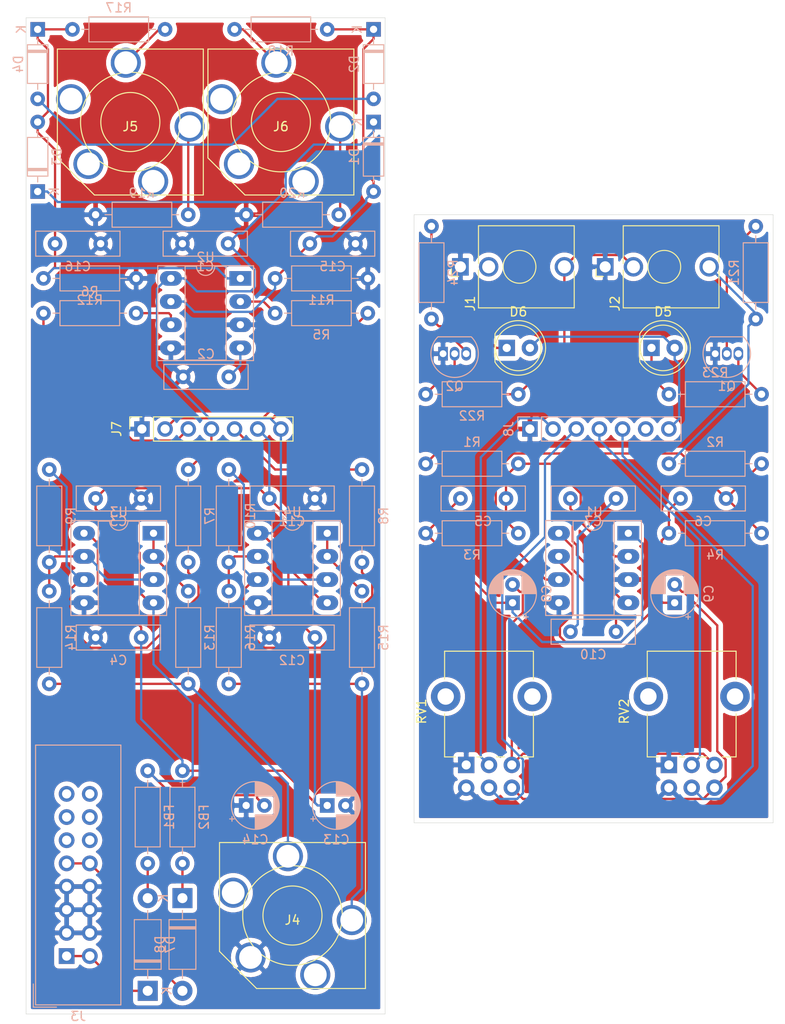
<source format=kicad_pcb>
(kicad_pcb (version 20171130) (host pcbnew "(5.1.2)-2")
  (layers (0 F.Cu signal) (31 B.Cu signal) (34 B.Paste user) (35 F.Paste user) (36 B.SilkS user) (37 F.SilkS user) (38 B.Mask user) (39 F.Mask user) (44 Edge.Cuts user))
  (net 0 "")
  (net 1 +12V)
  (net 2 GND)
  (net 3 -12V)
  (net 4 "Net-(C5-Pad2)")
  (net 5 "Net-(C5-Pad1)")
  (net 6 "Net-(C6-Pad2)")
  (net 7 "Net-(C6-Pad1)")
  (net 8 "Net-(C8-Pad2)")
  (net 9 "Net-(C9-Pad2)")
  (net 10 "Net-(C15-Pad1)")
  (net 11 "Net-(C16-Pad1)")
  (net 12 "Net-(D5-Pad1)")
  (net 13 "Net-(D6-Pad1)")
  (net 14 "Net-(D7-Pad2)")
  (net 15 "Net-(D7-Pad1)")
  (net 16 "Net-(D8-Pad2)")
  (net 17 "Net-(D8-Pad1)")
  (net 18 /IN_L)
  (net 19 "Net-(J1-PadTN)")
  (net 20 /IN_R)
  (net 21 "Net-(J3-Pad14)")
  (net 22 "Net-(J3-Pad13)")
  (net 23 "Net-(J3-Pad12)")
  (net 24 "Net-(J3-Pad11)")
  (net 25 "Net-(Q1-Pad3)")
  (net 26 "Net-(Q1-Pad2)")
  (net 27 "Net-(Q2-Pad3)")
  (net 28 "Net-(Q2-Pad2)")
  (net 29 /B_POT_ML)
  (net 30 "Net-(R5-Pad1)")
  (net 31 /B_POT_MR)
  (net 32 "Net-(R6-Pad1)")
  (net 33 /B_POT_PH_L)
  (net 34 "Net-(R7-Pad1)")
  (net 35 /B_POT_PH_R)
  (net 36 "Net-(R10-Pad2)")
  (net 37 "Net-(R14-Pad2)")
  (net 38 "Net-(R10-Pad1)")
  (net 39 "Net-(R13-Pad2)")
  (net 40 "Net-(J4-PadT)")
  (net 41 "Net-(R15-Pad2)")
  (net 42 "Net-(J4-PadR)")
  (net 43 "Net-(J5-PadT)")
  (net 44 "Net-(J6-PadT)")
  (net 45 "Net-(J5-PadR)")
  (net 46 "Net-(J6-PadR)")
  (net 47 /A_POT_ML)
  (net 48 /A_POT_MR)
  (net 49 /A_POT_PH_L)
  (net 50 /A_POT_PH_R)
  (net 51 "Net-(J3-Pad16)")
  (net 52 "Net-(J3-Pad15)")
  (net 53 "Net-(J4-PadRN)")
  (net 54 "Net-(J4-PadTN)")
  (net 55 "Net-(J5-PadRN)")
  (net 56 "Net-(J5-PadTN)")
  (net 57 "Net-(J5-PadS)")
  (net 58 "Net-(J6-PadRN)")
  (net 59 "Net-(J6-PadTN)")
  (net 60 "Net-(J6-PadS)")
  (net 61 /+12_PCB_B)
  (net 62 /-12_PCB_B)
  (net 63 /GND_PCB_B)
  (module Connector_PinHeader_2.54mm:PinHeader_1x07_P2.54mm_Vertical (layer B.Cu) (at 250.19 79.375 270)
    (fp_text reference J8 (at 0 2.33 90) (layer B.SilkS) (effects (justify mirror)))
    (fp_text value Conn_01x07_Male)
    (pad 7 thru_hole oval (at 0 -15.24 270) (size 1.7 1.7) (drill 1) (layers *.Cu *.Mask) (net 61 /+12_PCB_B))
    (pad 6 thru_hole oval (at 0 -12.7 270) (size 1.7 1.7) (drill 1) (layers *.Cu *.Mask) (net 62 /-12_PCB_B))
    (pad 5 thru_hole oval (at 0 -10.16 270) (size 1.7 1.7) (drill 1) (layers *.Cu *.Mask) (net 50 /A_POT_PH_R))
    (pad 4 thru_hole oval (at 0 -7.62 270) (size 1.7 1.7) (drill 1) (layers *.Cu *.Mask) (net 49 /A_POT_PH_L))
    (pad 3 thru_hole oval (at 0 -5.08 270) (size 1.7 1.7) (drill 1) (layers *.Cu *.Mask) (net 48 /A_POT_MR))
    (pad 2 thru_hole oval (at 0 -2.54 270) (size 1.7 1.7) (drill 1) (layers *.Cu *.Mask) (net 47 /A_POT_ML))
    (pad 1 thru_hole rect (at 0 0 270) (size 1.7 1.7) (drill 1) (layers *.Cu *.Mask) (net 63 /GND_PCB_B))
  )
  (module Connector_PinSocket_2.54mm:PinSocket_1x07_P2.54mm_Vertical (layer F.Cu) (at 207.645 79.375 90)
    (fp_text reference J7 (at 0 -2.77 90) (layer F.SilkS))
    (fp_text value Conn_01x07_Female)
    (pad 7 thru_hole oval (at 0 15.24 90) (size 1.7 1.7) (drill 1) (layers *.Cu *.Mask) (net 1 +12V))
    (pad 6 thru_hole oval (at 0 12.7 90) (size 1.7 1.7) (drill 1) (layers *.Cu *.Mask) (net 3 -12V))
    (pad 5 thru_hole oval (at 0 10.16 90) (size 1.7 1.7) (drill 1) (layers *.Cu *.Mask) (net 35 /B_POT_PH_R))
    (pad 4 thru_hole oval (at 0 7.62 90) (size 1.7 1.7) (drill 1) (layers *.Cu *.Mask) (net 33 /B_POT_PH_L))
    (pad 3 thru_hole oval (at 0 5.08 90) (size 1.7 1.7) (drill 1) (layers *.Cu *.Mask) (net 31 /B_POT_MR))
    (pad 2 thru_hole oval (at 0 2.54 90) (size 1.7 1.7) (drill 1) (layers *.Cu *.Mask) (net 29 /B_POT_ML))
    (pad 1 thru_hole rect (at 0 0 90) (size 1.7 1.7) (drill 1) (layers *.Cu *.Mask) (net 2 GND))
  )
  (module Package_DIP:DIP-8_W7.62mm_Socket_LongPads (layer B.Cu) (at 227.965 90.805 180)
    (fp_text reference U4 (at 3.81 2.33) (layer B.SilkS) (effects (justify mirror)))
    (fp_text value NE5532)
    (pad 8 thru_hole oval (at 7.62 0 180) (size 2.4 1.6) (drill 0.8) (layers *.Cu *.Mask) (net 1 +12V))
    (pad 4 thru_hole oval (at 0 -7.62 180) (size 2.4 1.6) (drill 0.8) (layers *.Cu *.Mask) (net 3 -12V))
    (pad 7 thru_hole oval (at 7.62 -2.54 180) (size 2.4 1.6) (drill 0.8) (layers *.Cu *.Mask) (net 38 "Net-(R10-Pad1)"))
    (pad 3 thru_hole oval (at 0 -5.08 180) (size 2.4 1.6) (drill 0.8) (layers *.Cu *.Mask) (net 38 "Net-(R10-Pad1)"))
    (pad 6 thru_hole oval (at 7.62 -5.08 180) (size 2.4 1.6) (drill 0.8) (layers *.Cu *.Mask) (net 36 "Net-(R10-Pad2)"))
    (pad 2 thru_hole oval (at 0 -2.54 180) (size 2.4 1.6) (drill 0.8) (layers *.Cu *.Mask) (net 41 "Net-(R15-Pad2)"))
    (pad 5 thru_hole oval (at 7.62 -7.62 180) (size 2.4 1.6) (drill 0.8) (layers *.Cu *.Mask) (net 2 GND))
    (pad 1 thru_hole rect (at 0 0 180) (size 2.4 1.6) (drill 0.8) (layers *.Cu *.Mask) (net 41 "Net-(R15-Pad2)"))
  )
  (module Package_DIP:DIP-8_W7.62mm_Socket_LongPads (layer B.Cu) (at 208.915 90.805 180)
    (fp_text reference U3 (at 3.81 2.33) (layer B.SilkS) (effects (justify mirror)))
    (fp_text value NE5532)
    (pad 8 thru_hole oval (at 7.62 0 180) (size 2.4 1.6) (drill 0.8) (layers *.Cu *.Mask) (net 1 +12V))
    (pad 4 thru_hole oval (at 0 -7.62 180) (size 2.4 1.6) (drill 0.8) (layers *.Cu *.Mask) (net 3 -12V))
    (pad 7 thru_hole oval (at 7.62 -2.54 180) (size 2.4 1.6) (drill 0.8) (layers *.Cu *.Mask) (net 37 "Net-(R14-Pad2)"))
    (pad 3 thru_hole oval (at 0 -5.08 180) (size 2.4 1.6) (drill 0.8) (layers *.Cu *.Mask) (net 37 "Net-(R14-Pad2)"))
    (pad 6 thru_hole oval (at 7.62 -5.08 180) (size 2.4 1.6) (drill 0.8) (layers *.Cu *.Mask) (net 34 "Net-(R7-Pad1)"))
    (pad 2 thru_hole oval (at 0 -2.54 180) (size 2.4 1.6) (drill 0.8) (layers *.Cu *.Mask) (net 39 "Net-(R13-Pad2)"))
    (pad 5 thru_hole oval (at 7.62 -7.62 180) (size 2.4 1.6) (drill 0.8) (layers *.Cu *.Mask) (net 2 GND))
    (pad 1 thru_hole rect (at 0 0 180) (size 2.4 1.6) (drill 0.8) (layers *.Cu *.Mask) (net 39 "Net-(R13-Pad2)"))
  )
  (module Package_DIP:DIP-8_W7.62mm_Socket_LongPads (layer B.Cu) (at 218.44 62.865 180)
    (fp_text reference U2 (at 3.81 2.33) (layer B.SilkS) (effects (justify mirror)))
    (fp_text value TL072)
    (pad 8 thru_hole oval (at 7.62 0 180) (size 2.4 1.6) (drill 0.8) (layers *.Cu *.Mask) (net 1 +12V))
    (pad 4 thru_hole oval (at 0 -7.62 180) (size 2.4 1.6) (drill 0.8) (layers *.Cu *.Mask) (net 3 -12V))
    (pad 7 thru_hole oval (at 7.62 -2.54 180) (size 2.4 1.6) (drill 0.8) (layers *.Cu *.Mask) (net 10 "Net-(C15-Pad1)"))
    (pad 3 thru_hole oval (at 0 -5.08 180) (size 2.4 1.6) (drill 0.8) (layers *.Cu *.Mask) (net 2 GND))
    (pad 6 thru_hole oval (at 7.62 -5.08 180) (size 2.4 1.6) (drill 0.8) (layers *.Cu *.Mask) (net 32 "Net-(R6-Pad1)"))
    (pad 2 thru_hole oval (at 0 -2.54 180) (size 2.4 1.6) (drill 0.8) (layers *.Cu *.Mask) (net 30 "Net-(R5-Pad1)"))
    (pad 5 thru_hole oval (at 7.62 -7.62 180) (size 2.4 1.6) (drill 0.8) (layers *.Cu *.Mask) (net 2 GND))
    (pad 1 thru_hole rect (at 0 0 180) (size 2.4 1.6) (drill 0.8) (layers *.Cu *.Mask) (net 11 "Net-(C16-Pad1)"))
  )
  (module Package_DIP:DIP-8_W7.62mm_Socket_LongPads (layer B.Cu) (at 260.985 90.805 180)
    (fp_text reference U1 (at 3.81 2.33) (layer B.SilkS) (effects (justify mirror)))
    (fp_text value TL072)
    (pad 8 thru_hole oval (at 7.62 0 180) (size 2.4 1.6) (drill 0.8) (layers *.Cu *.Mask) (net 61 /+12_PCB_B))
    (pad 4 thru_hole oval (at 0 -7.62 180) (size 2.4 1.6) (drill 0.8) (layers *.Cu *.Mask) (net 62 /-12_PCB_B))
    (pad 7 thru_hole oval (at 7.62 -2.54 180) (size 2.4 1.6) (drill 0.8) (layers *.Cu *.Mask) (net 7 "Net-(C6-Pad1)"))
    (pad 3 thru_hole oval (at 0 -5.08 180) (size 2.4 1.6) (drill 0.8) (layers *.Cu *.Mask) (net 63 /GND_PCB_B))
    (pad 6 thru_hole oval (at 7.62 -5.08 180) (size 2.4 1.6) (drill 0.8) (layers *.Cu *.Mask) (net 6 "Net-(C6-Pad2)"))
    (pad 2 thru_hole oval (at 0 -2.54 180) (size 2.4 1.6) (drill 0.8) (layers *.Cu *.Mask) (net 4 "Net-(C5-Pad2)"))
    (pad 5 thru_hole oval (at 7.62 -7.62 180) (size 2.4 1.6) (drill 0.8) (layers *.Cu *.Mask) (net 63 /GND_PCB_B))
    (pad 1 thru_hole rect (at 0 0 180) (size 2.4 1.6) (drill 0.8) (layers *.Cu *.Mask) (net 5 "Net-(C5-Pad1)"))
  )
  (module Potentiometer_THT:Potentiometer_Alpha_RD902F-40-00D_Dual_Vertical_CircularHoles (layer F.Cu) (at 265.43 116.205 90)
    (fp_text reference RV2 (at 5.87 -4.9 270) (layer F.SilkS))
    (fp_text value 100k)
    (pad 1 thru_hole rect (at 0 0 180) (size 1.8 1.8) (drill 1) (layers *.Cu *.Mask) (net 63 /GND_PCB_B))
    (pad 2 thru_hole circle (at 0 2.5 180) (size 1.8 1.8) (drill 1) (layers *.Cu *.Mask) (net 49 /A_POT_PH_L))
    (pad 3 thru_hole circle (at 0 5 180) (size 1.8 1.8) (drill 1) (layers *.Cu *.Mask) (net 8 "Net-(C8-Pad2)"))
    (pad "" thru_hole circle (at 7.5 7.25 180) (size 3.24 3.24) (drill 1.8) (layers *.Cu *.Mask))
    (pad "" thru_hole circle (at 7.5 -2.25 180) (size 3.24 3.24) (drill 1.8) (layers *.Cu *.Mask))
    (pad 6 thru_hole circle (at -2.5 5 180) (size 1.8 1.8) (drill 1) (layers *.Cu *.Mask) (net 9 "Net-(C9-Pad2)"))
    (pad 5 thru_hole circle (at -2.5 2.5 180) (size 1.8 1.8) (drill 1) (layers *.Cu *.Mask) (net 50 /A_POT_PH_R))
    (pad 4 thru_hole circle (at -2.5 0 180) (size 1.8 1.8) (drill 1) (layers *.Cu *.Mask) (net 63 /GND_PCB_B))
  )
  (module Potentiometer_THT:Potentiometer_Alpha_RD902F-40-00D_Dual_Vertical_CircularHoles (layer F.Cu) (at 243.205 116.205 90)
    (fp_text reference RV1 (at 5.87 -4.9 270) (layer F.SilkS))
    (fp_text value 100k)
    (pad 1 thru_hole rect (at 0 0 180) (size 1.8 1.8) (drill 1) (layers *.Cu *.Mask) (net 63 /GND_PCB_B))
    (pad 2 thru_hole circle (at 0 2.5 180) (size 1.8 1.8) (drill 1) (layers *.Cu *.Mask) (net 47 /A_POT_ML))
    (pad 3 thru_hole circle (at 0 5 180) (size 1.8 1.8) (drill 1) (layers *.Cu *.Mask) (net 8 "Net-(C8-Pad2)"))
    (pad "" thru_hole circle (at 7.5 7.25 180) (size 3.24 3.24) (drill 1.8) (layers *.Cu *.Mask))
    (pad "" thru_hole circle (at 7.5 -2.25 180) (size 3.24 3.24) (drill 1.8) (layers *.Cu *.Mask))
    (pad 6 thru_hole circle (at -2.5 5 180) (size 1.8 1.8) (drill 1) (layers *.Cu *.Mask) (net 9 "Net-(C9-Pad2)"))
    (pad 5 thru_hole circle (at -2.5 2.5 180) (size 1.8 1.8) (drill 1) (layers *.Cu *.Mask) (net 48 /A_POT_MR))
    (pad 4 thru_hole circle (at -2.5 0 180) (size 1.8 1.8) (drill 1) (layers *.Cu *.Mask) (net 63 /GND_PCB_B))
  )
  (module Resistor_THT:R_Axial_DIN0207_L6.3mm_D2.5mm_P10.16mm_Horizontal (layer B.Cu) (at 239.395 67.31 90)
    (fp_text reference R24 (at 5.08 2.37 270) (layer B.SilkS) (effects (justify mirror)))
    (fp_text value 1k)
    (pad 2 thru_hole oval (at 10.16 0 90) (size 1.6 1.6) (drill 0.8) (layers *.Cu *.Mask) (net 13 "Net-(D6-Pad1)"))
    (pad 1 thru_hole circle (at 0 0 90) (size 1.6 1.6) (drill 0.8) (layers *.Cu *.Mask) (net 27 "Net-(Q2-Pad3)"))
  )
  (module Resistor_THT:R_Axial_DIN0207_L6.3mm_D2.5mm_P10.16mm_Horizontal (layer B.Cu) (at 275.59 75.565 180)
    (fp_text reference R23 (at 5.08 2.37 180) (layer B.SilkS) (effects (justify mirror)))
    (fp_text value 1k)
    (pad 2 thru_hole oval (at 10.16 0 180) (size 1.6 1.6) (drill 0.8) (layers *.Cu *.Mask) (net 12 "Net-(D5-Pad1)"))
    (pad 1 thru_hole circle (at 0 0 180) (size 1.6 1.6) (drill 0.8) (layers *.Cu *.Mask) (net 25 "Net-(Q1-Pad3)"))
  )
  (module Resistor_THT:R_Axial_DIN0207_L6.3mm_D2.5mm_P10.16mm_Horizontal (layer B.Cu) (at 238.76 75.565)
    (fp_text reference R22 (at 5.08 2.37 180) (layer B.SilkS) (effects (justify mirror)))
    (fp_text value 100k)
    (pad 2 thru_hole oval (at 10.16 0) (size 1.6 1.6) (drill 0.8) (layers *.Cu *.Mask) (net 18 /IN_L))
    (pad 1 thru_hole circle (at 0 0) (size 1.6 1.6) (drill 0.8) (layers *.Cu *.Mask) (net 28 "Net-(Q2-Pad2)"))
  )
  (module Resistor_THT:R_Axial_DIN0207_L6.3mm_D2.5mm_P10.16mm_Horizontal (layer B.Cu) (at 274.955 57.15 270)
    (fp_text reference R21 (at 5.08 2.37 270) (layer B.SilkS) (effects (justify mirror)))
    (fp_text value 100k)
    (pad 2 thru_hole oval (at 10.16 0 270) (size 1.6 1.6) (drill 0.8) (layers *.Cu *.Mask) (net 20 /IN_R))
    (pad 1 thru_hole circle (at 0 0 270) (size 1.6 1.6) (drill 0.8) (layers *.Cu *.Mask) (net 26 "Net-(Q1-Pad2)"))
  )
  (module Resistor_THT:R_Axial_DIN0207_L6.3mm_D2.5mm_P10.16mm_Horizontal (layer B.Cu) (at 229.235 55.88 180)
    (fp_text reference R20 (at 5.08 2.37) (layer B.SilkS) (effects (justify mirror)))
    (fp_text value 1k)
    (pad 2 thru_hole oval (at 10.16 0 180) (size 1.6 1.6) (drill 0.8) (layers *.Cu *.Mask) (net 2 GND))
    (pad 1 thru_hole circle (at 0 0 180) (size 1.6 1.6) (drill 0.8) (layers *.Cu *.Mask) (net 46 "Net-(J6-PadR)"))
  )
  (module Resistor_THT:R_Axial_DIN0207_L6.3mm_D2.5mm_P10.16mm_Horizontal (layer B.Cu) (at 212.725 55.88 180)
    (fp_text reference R19 (at 5.08 2.37) (layer B.SilkS) (effects (justify mirror)))
    (fp_text value 1k)
    (pad 2 thru_hole oval (at 10.16 0 180) (size 1.6 1.6) (drill 0.8) (layers *.Cu *.Mask) (net 2 GND))
    (pad 1 thru_hole circle (at 0 0 180) (size 1.6 1.6) (drill 0.8) (layers *.Cu *.Mask) (net 45 "Net-(J5-PadR)"))
  )
  (module Resistor_THT:R_Axial_DIN0207_L6.3mm_D2.5mm_P10.16mm_Horizontal (layer B.Cu) (at 217.805 35.56)
    (fp_text reference R18 (at 5.08 2.37) (layer B.SilkS) (effects (justify mirror)))
    (fp_text value 1k)
    (pad 2 thru_hole oval (at 10.16 0) (size 1.6 1.6) (drill 0.8) (layers *.Cu *.Mask) (net 10 "Net-(C15-Pad1)"))
    (pad 1 thru_hole circle (at 0 0) (size 1.6 1.6) (drill 0.8) (layers *.Cu *.Mask) (net 44 "Net-(J6-PadT)"))
  )
  (module Resistor_THT:R_Axial_DIN0207_L6.3mm_D2.5mm_P10.16mm_Horizontal (layer B.Cu) (at 210.185 35.56 180)
    (fp_text reference R17 (at 5.08 2.37) (layer B.SilkS) (effects (justify mirror)))
    (fp_text value 1k)
    (pad 2 thru_hole oval (at 10.16 0 180) (size 1.6 1.6) (drill 0.8) (layers *.Cu *.Mask) (net 11 "Net-(C16-Pad1)"))
    (pad 1 thru_hole circle (at 0 0 180) (size 1.6 1.6) (drill 0.8) (layers *.Cu *.Mask) (net 43 "Net-(J5-PadT)"))
  )
  (module Resistor_THT:R_Axial_DIN0207_L6.3mm_D2.5mm_P10.16mm_Horizontal (layer B.Cu) (at 217.17 107.315 90)
    (fp_text reference R16 (at 5.08 2.37 270) (layer B.SilkS) (effects (justify mirror)))
    (fp_text value 75)
    (pad 2 thru_hole oval (at 10.16 0 90) (size 1.6 1.6) (drill 0.8) (layers *.Cu *.Mask) (net 38 "Net-(R10-Pad1)"))
    (pad 1 thru_hole circle (at 0 0 90) (size 1.6 1.6) (drill 0.8) (layers *.Cu *.Mask) (net 42 "Net-(J4-PadR)"))
  )
  (module Resistor_THT:R_Axial_DIN0207_L6.3mm_D2.5mm_P10.16mm_Horizontal (layer B.Cu) (at 231.775 107.315 90)
    (fp_text reference R15 (at 5.08 2.37 270) (layer B.SilkS) (effects (justify mirror)))
    (fp_text value 75)
    (pad 1 thru_hole circle (at 0 0 90) (size 1.6 1.6) (drill 0.8) (layers *.Cu *.Mask) (net 42 "Net-(J4-PadR)"))
    (pad 2 thru_hole oval (at 10.16 0 90) (size 1.6 1.6) (drill 0.8) (layers *.Cu *.Mask) (net 41 "Net-(R15-Pad2)"))
  )
  (module Resistor_THT:R_Axial_DIN0207_L6.3mm_D2.5mm_P10.16mm_Horizontal (layer B.Cu) (at 197.485 107.315 90)
    (fp_text reference R14 (at 5.08 2.37 270) (layer B.SilkS) (effects (justify mirror)))
    (fp_text value 75)
    (pad 2 thru_hole oval (at 10.16 0 90) (size 1.6 1.6) (drill 0.8) (layers *.Cu *.Mask) (net 37 "Net-(R14-Pad2)"))
    (pad 1 thru_hole circle (at 0 0 90) (size 1.6 1.6) (drill 0.8) (layers *.Cu *.Mask) (net 40 "Net-(J4-PadT)"))
  )
  (module Resistor_THT:R_Axial_DIN0207_L6.3mm_D2.5mm_P10.16mm_Horizontal (layer B.Cu) (at 212.725 107.315 90)
    (fp_text reference R13 (at 5.08 2.37 270) (layer B.SilkS) (effects (justify mirror)))
    (fp_text value 75)
    (pad 2 thru_hole oval (at 10.16 0 90) (size 1.6 1.6) (drill 0.8) (layers *.Cu *.Mask) (net 39 "Net-(R13-Pad2)"))
    (pad 1 thru_hole circle (at 0 0 90) (size 1.6 1.6) (drill 0.8) (layers *.Cu *.Mask) (net 40 "Net-(J4-PadT)"))
  )
  (module Resistor_THT:R_Axial_DIN0207_L6.3mm_D2.5mm_P10.16mm_Horizontal (layer B.Cu) (at 196.85 62.865)
    (fp_text reference R12 (at 5.08 2.37) (layer B.SilkS) (effects (justify mirror)))
    (fp_text value 10k)
    (pad 2 thru_hole oval (at 10.16 0) (size 1.6 1.6) (drill 0.8) (layers *.Cu *.Mask) (net 2 GND))
    (pad 1 thru_hole circle (at 0 0) (size 1.6 1.6) (drill 0.8) (layers *.Cu *.Mask) (net 11 "Net-(C16-Pad1)"))
  )
  (module Resistor_THT:R_Axial_DIN0207_L6.3mm_D2.5mm_P10.16mm_Horizontal (layer B.Cu) (at 222.25 62.865)
    (fp_text reference R11 (at 5.08 2.37) (layer B.SilkS) (effects (justify mirror)))
    (fp_text value 10k)
    (pad 2 thru_hole oval (at 10.16 0) (size 1.6 1.6) (drill 0.8) (layers *.Cu *.Mask) (net 2 GND))
    (pad 1 thru_hole circle (at 0 0) (size 1.6 1.6) (drill 0.8) (layers *.Cu *.Mask) (net 10 "Net-(C15-Pad1)"))
  )
  (module Resistor_THT:R_Axial_DIN0207_L6.3mm_D2.5mm_P10.16mm_Horizontal (layer B.Cu) (at 217.17 93.98 90)
    (fp_text reference R10 (at 5.08 2.37 270) (layer B.SilkS) (effects (justify mirror)))
    (fp_text value 10k)
    (pad 2 thru_hole oval (at 10.16 0 90) (size 1.6 1.6) (drill 0.8) (layers *.Cu *.Mask) (net 36 "Net-(R10-Pad2)"))
    (pad 1 thru_hole circle (at 0 0 90) (size 1.6 1.6) (drill 0.8) (layers *.Cu *.Mask) (net 38 "Net-(R10-Pad1)"))
  )
  (module Resistor_THT:R_Axial_DIN0207_L6.3mm_D2.5mm_P10.16mm_Horizontal (layer B.Cu) (at 197.485 93.98 90)
    (fp_text reference R9 (at 5.08 2.37 270) (layer B.SilkS) (effects (justify mirror)))
    (fp_text value 10k)
    (pad 2 thru_hole oval (at 10.16 0 90) (size 1.6 1.6) (drill 0.8) (layers *.Cu *.Mask) (net 34 "Net-(R7-Pad1)"))
    (pad 1 thru_hole circle (at 0 0 90) (size 1.6 1.6) (drill 0.8) (layers *.Cu *.Mask) (net 37 "Net-(R14-Pad2)"))
  )
  (module Resistor_THT:R_Axial_DIN0207_L6.3mm_D2.5mm_P10.16mm_Horizontal (layer B.Cu) (at 231.775 93.98 90)
    (fp_text reference R8 (at 5.08 2.37 270) (layer B.SilkS) (effects (justify mirror)))
    (fp_text value 10k)
    (pad 1 thru_hole circle (at 0 0 90) (size 1.6 1.6) (drill 0.8) (layers *.Cu *.Mask) (net 36 "Net-(R10-Pad2)"))
    (pad 2 thru_hole oval (at 10.16 0 90) (size 1.6 1.6) (drill 0.8) (layers *.Cu *.Mask) (net 35 /B_POT_PH_R))
  )
  (module Resistor_THT:R_Axial_DIN0207_L6.3mm_D2.5mm_P10.16mm_Horizontal (layer B.Cu) (at 212.725 93.98 90)
    (fp_text reference R7 (at 5.08 2.37 270) (layer B.SilkS) (effects (justify mirror)))
    (fp_text value 10k)
    (pad 2 thru_hole oval (at 10.16 0 90) (size 1.6 1.6) (drill 0.8) (layers *.Cu *.Mask) (net 33 /B_POT_PH_L))
    (pad 1 thru_hole circle (at 0 0 90) (size 1.6 1.6) (drill 0.8) (layers *.Cu *.Mask) (net 34 "Net-(R7-Pad1)"))
  )
  (module Resistor_THT:R_Axial_DIN0207_L6.3mm_D2.5mm_P10.16mm_Horizontal (layer B.Cu) (at 207.01 66.675 180)
    (fp_text reference R6 (at 5.08 2.37) (layer B.SilkS) (effects (justify mirror)))
    (fp_text value 10k)
    (pad 2 thru_hole oval (at 10.16 0 180) (size 1.6 1.6) (drill 0.8) (layers *.Cu *.Mask) (net 31 /B_POT_MR))
    (pad 1 thru_hole circle (at 0 0 180) (size 1.6 1.6) (drill 0.8) (layers *.Cu *.Mask) (net 32 "Net-(R6-Pad1)"))
  )
  (module Resistor_THT:R_Axial_DIN0207_L6.3mm_D2.5mm_P10.16mm_Horizontal (layer B.Cu) (at 222.25 66.675)
    (fp_text reference R5 (at 5.08 2.37) (layer B.SilkS) (effects (justify mirror)))
    (fp_text value 10k)
    (pad 2 thru_hole oval (at 10.16 0) (size 1.6 1.6) (drill 0.8) (layers *.Cu *.Mask) (net 29 /B_POT_ML))
    (pad 1 thru_hole circle (at 0 0) (size 1.6 1.6) (drill 0.8) (layers *.Cu *.Mask) (net 30 "Net-(R5-Pad1)"))
  )
  (module Resistor_THT:R_Axial_DIN0207_L6.3mm_D2.5mm_P10.16mm_Horizontal (layer B.Cu) (at 265.43 90.805)
    (fp_text reference R4 (at 5.08 2.37) (layer B.SilkS) (effects (justify mirror)))
    (fp_text value 39k)
    (pad 2 thru_hole oval (at 10.16 0) (size 1.6 1.6) (drill 0.8) (layers *.Cu *.Mask) (net 6 "Net-(C6-Pad2)"))
    (pad 1 thru_hole circle (at 0 0) (size 1.6 1.6) (drill 0.8) (layers *.Cu *.Mask) (net 7 "Net-(C6-Pad1)"))
  )
  (module Resistor_THT:R_Axial_DIN0207_L6.3mm_D2.5mm_P10.16mm_Horizontal (layer B.Cu) (at 238.76 90.805)
    (fp_text reference R3 (at 5.08 2.37) (layer B.SilkS) (effects (justify mirror)))
    (fp_text value 39k)
    (pad 2 thru_hole oval (at 10.16 0) (size 1.6 1.6) (drill 0.8) (layers *.Cu *.Mask) (net 4 "Net-(C5-Pad2)"))
    (pad 1 thru_hole circle (at 0 0) (size 1.6 1.6) (drill 0.8) (layers *.Cu *.Mask) (net 5 "Net-(C5-Pad1)"))
  )
  (module Resistor_THT:R_Axial_DIN0207_L6.3mm_D2.5mm_P10.16mm_Horizontal (layer B.Cu) (at 275.59 83.185 180)
    (fp_text reference R2 (at 5.08 2.37) (layer B.SilkS) (effects (justify mirror)))
    (fp_text value 100k)
    (pad 2 thru_hole oval (at 10.16 0 180) (size 1.6 1.6) (drill 0.8) (layers *.Cu *.Mask) (net 20 /IN_R))
    (pad 1 thru_hole circle (at 0 0 180) (size 1.6 1.6) (drill 0.8) (layers *.Cu *.Mask) (net 6 "Net-(C6-Pad2)"))
  )
  (module Resistor_THT:R_Axial_DIN0207_L6.3mm_D2.5mm_P10.16mm_Horizontal (layer B.Cu) (at 248.92 83.185 180)
    (fp_text reference R1 (at 5.08 2.37) (layer B.SilkS) (effects (justify mirror)))
    (fp_text value 100k)
    (pad 2 thru_hole oval (at 10.16 0 180) (size 1.6 1.6) (drill 0.8) (layers *.Cu *.Mask) (net 18 /IN_L))
    (pad 1 thru_hole circle (at 0 0 180) (size 1.6 1.6) (drill 0.8) (layers *.Cu *.Mask) (net 4 "Net-(C5-Pad2)"))
  )
  (module Package_TO_SOT_THT:TO-92_Inline (layer B.Cu) (at 240.665 71.12)
    (fp_text reference Q2 (at 1.27 3.56) (layer B.SilkS) (effects (justify mirror)))
    (fp_text value 2N3904)
    (pad 1 thru_hole rect (at 0 0) (size 1.05 1.5) (drill 0.75) (layers *.Cu *.Mask) (net 63 /GND_PCB_B))
    (pad 3 thru_hole oval (at 2.54 0) (size 1.05 1.5) (drill 0.75) (layers *.Cu *.Mask) (net 27 "Net-(Q2-Pad3)"))
    (pad 2 thru_hole oval (at 1.27 0) (size 1.05 1.5) (drill 0.75) (layers *.Cu *.Mask) (net 28 "Net-(Q2-Pad2)"))
  )
  (module Package_TO_SOT_THT:TO-92_Inline (layer B.Cu) (at 270.51 71.12)
    (fp_text reference Q1 (at 1.27 3.56) (layer B.SilkS) (effects (justify mirror)))
    (fp_text value 2N3904)
    (pad 1 thru_hole rect (at 0 0) (size 1.05 1.5) (drill 0.75) (layers *.Cu *.Mask) (net 63 /GND_PCB_B))
    (pad 3 thru_hole oval (at 2.54 0) (size 1.05 1.5) (drill 0.75) (layers *.Cu *.Mask) (net 25 "Net-(Q1-Pad3)"))
    (pad 2 thru_hole oval (at 1.27 0) (size 1.05 1.5) (drill 0.75) (layers *.Cu *.Mask) (net 26 "Net-(Q1-Pad2)"))
  )
  (module mod_synth:WQP-PJ612A-A (layer F.Cu) (at 222.885 45.72)
    (fp_text reference J6 (at 0 0.5) (layer F.SilkS))
    (fp_text value "R OUT")
    (pad RN thru_hole circle (at 2.5 6.5) (size 3.3 3.3) (drill 2.5) (layers *.Cu *.Mask) (net 58 "Net-(J6-PadRN)"))
    (pad TN thru_hole circle (at -6.5 -2.5) (size 3.3 3.3) (drill 2.5) (layers *.Cu *.Mask) (net 59 "Net-(J6-PadTN)"))
    (pad R thru_hole circle (at 6.5 0.5) (size 3.3 3.3) (drill 2.5) (layers *.Cu *.Mask) (net 46 "Net-(J6-PadR)"))
    (pad T thru_hole circle (at -0.5 -6.5) (size 3.3 3.3) (drill 2.5) (layers *.Cu *.Mask) (net 44 "Net-(J6-PadT)"))
    (pad S thru_hole circle (at -4.59619 4.59619) (size 3.3 3.3) (drill 2.5) (layers *.Cu *.Mask) (net 60 "Net-(J6-PadS)"))
  )
  (module mod_synth:WQP-PJ612A-A (layer F.Cu) (at 206.375 45.72)
    (fp_text reference J5 (at 0 0.5) (layer F.SilkS))
    (fp_text value "L OUT")
    (pad RN thru_hole circle (at 2.5 6.5) (size 3.3 3.3) (drill 2.5) (layers *.Cu *.Mask) (net 55 "Net-(J5-PadRN)"))
    (pad TN thru_hole circle (at -6.5 -2.5) (size 3.3 3.3) (drill 2.5) (layers *.Cu *.Mask) (net 56 "Net-(J5-PadTN)"))
    (pad R thru_hole circle (at 6.5 0.5) (size 3.3 3.3) (drill 2.5) (layers *.Cu *.Mask) (net 45 "Net-(J5-PadR)"))
    (pad T thru_hole circle (at -0.5 -6.5) (size 3.3 3.3) (drill 2.5) (layers *.Cu *.Mask) (net 43 "Net-(J5-PadT)"))
    (pad S thru_hole circle (at -4.59619 4.59619) (size 3.3 3.3) (drill 2.5) (layers *.Cu *.Mask) (net 57 "Net-(J5-PadS)"))
  )
  (module mod_synth:WQP-PJ612A-A (layer F.Cu) (at 224.155 132.715)
    (fp_text reference J4 (at 0 0.5) (layer F.SilkS))
    (fp_text value Phones)
    (pad RN thru_hole circle (at 2.5 6.5) (size 3.3 3.3) (drill 2.5) (layers *.Cu *.Mask) (net 53 "Net-(J4-PadRN)"))
    (pad TN thru_hole circle (at -6.5 -2.5) (size 3.3 3.3) (drill 2.5) (layers *.Cu *.Mask) (net 54 "Net-(J4-PadTN)"))
    (pad R thru_hole circle (at 6.5 0.5) (size 3.3 3.3) (drill 2.5) (layers *.Cu *.Mask) (net 42 "Net-(J4-PadR)"))
    (pad T thru_hole circle (at -0.5 -6.5) (size 3.3 3.3) (drill 2.5) (layers *.Cu *.Mask) (net 40 "Net-(J4-PadT)"))
    (pad S thru_hole circle (at -4.59619 4.59619) (size 3.3 3.3) (drill 2.5) (layers *.Cu *.Mask) (net 2 GND))
  )
  (module Connector_IDC:IDC-Header_2x08_P2.54mm_Vertical (layer B.Cu) (at 199.39 137.16)
    (fp_text reference J3 (at 1.27 6.604) (layer B.SilkS) (effects (justify mirror)))
    (fp_text value Conn_02x08_Odd_Even)
    (pad 16 thru_hole oval (at 2.54 -17.78) (size 1.7272 1.7272) (drill 1.016) (layers *.Cu *.Mask) (net 51 "Net-(J3-Pad16)"))
    (pad 15 thru_hole oval (at 0 -17.78) (size 1.7272 1.7272) (drill 1.016) (layers *.Cu *.Mask) (net 52 "Net-(J3-Pad15)"))
    (pad 14 thru_hole oval (at 2.54 -15.24) (size 1.7272 1.7272) (drill 1.016) (layers *.Cu *.Mask) (net 21 "Net-(J3-Pad14)"))
    (pad 13 thru_hole oval (at 0 -15.24) (size 1.7272 1.7272) (drill 1.016) (layers *.Cu *.Mask) (net 22 "Net-(J3-Pad13)"))
    (pad 12 thru_hole oval (at 2.54 -12.7) (size 1.7272 1.7272) (drill 1.016) (layers *.Cu *.Mask) (net 23 "Net-(J3-Pad12)"))
    (pad 11 thru_hole oval (at 0 -12.7) (size 1.7272 1.7272) (drill 1.016) (layers *.Cu *.Mask) (net 24 "Net-(J3-Pad11)"))
    (pad 10 thru_hole oval (at 2.54 -10.16) (size 1.7272 1.7272) (drill 1.016) (layers *.Cu *.Mask) (net 16 "Net-(D8-Pad2)"))
    (pad 9 thru_hole oval (at 0 -10.16) (size 1.7272 1.7272) (drill 1.016) (layers *.Cu *.Mask) (net 16 "Net-(D8-Pad2)"))
    (pad 8 thru_hole oval (at 2.54 -7.62) (size 1.7272 1.7272) (drill 1.016) (layers *.Cu *.Mask) (net 2 GND))
    (pad 7 thru_hole oval (at 0 -7.62) (size 1.7272 1.7272) (drill 1.016) (layers *.Cu *.Mask) (net 2 GND))
    (pad 6 thru_hole oval (at 2.54 -5.08) (size 1.7272 1.7272) (drill 1.016) (layers *.Cu *.Mask) (net 2 GND))
    (pad 5 thru_hole oval (at 0 -5.08) (size 1.7272 1.7272) (drill 1.016) (layers *.Cu *.Mask) (net 2 GND))
    (pad 4 thru_hole oval (at 2.54 -2.54) (size 1.7272 1.7272) (drill 1.016) (layers *.Cu *.Mask) (net 2 GND))
    (pad 3 thru_hole oval (at 0 -2.54) (size 1.7272 1.7272) (drill 1.016) (layers *.Cu *.Mask) (net 2 GND))
    (pad 2 thru_hole oval (at 2.54 0) (size 1.7272 1.7272) (drill 1.016) (layers *.Cu *.Mask) (net 15 "Net-(D7-Pad1)"))
    (pad 1 thru_hole rect (at 0 0) (size 1.7272 1.7272) (drill 1.016) (layers *.Cu *.Mask) (net 15 "Net-(D7-Pad1)"))
  )
  (module Connector_Audio:Jack_3.5mm_QingPu_WQP-PJ398SM_Vertical_CircularHoles (layer F.Cu) (at 258.445 61.595 90)
    (fp_text reference J2 (at -4.03 1.08 270) (layer F.SilkS))
    (fp_text value "R IN")
    (pad T thru_hole circle (at 0 11.4 270) (size 2.13 2.13) (drill 1.43) (layers *.Cu *.Mask) (net 20 /IN_R))
    (pad S thru_hole rect (at 0 0 270) (size 1.93 1.83) (drill 1.22) (layers *.Cu *.Mask) (net 63 /GND_PCB_B))
    (pad TN thru_hole circle (at 0 3.1 270) (size 2.13 2.13) (drill 1.42) (layers *.Cu *.Mask) (net 18 /IN_L))
  )
  (module Connector_Audio:Jack_3.5mm_QingPu_WQP-PJ398SM_Vertical_CircularHoles (layer F.Cu) (at 242.57 61.595 90)
    (fp_text reference J1 (at -4.03 1.08 270) (layer F.SilkS))
    (fp_text value "L IN")
    (pad T thru_hole circle (at 0 11.4 270) (size 2.13 2.13) (drill 1.43) (layers *.Cu *.Mask) (net 18 /IN_L))
    (pad S thru_hole rect (at 0 0 270) (size 1.93 1.83) (drill 1.22) (layers *.Cu *.Mask) (net 63 /GND_PCB_B))
    (pad TN thru_hole circle (at 0 3.1 270) (size 2.13 2.13) (drill 1.42) (layers *.Cu *.Mask) (net 19 "Net-(J1-PadTN)"))
  )
  (module Resistor_THT:R_Axial_DIN0207_L6.3mm_D2.5mm_P10.16mm_Horizontal (layer B.Cu) (at 212.09 127 90)
    (fp_text reference FB2 (at 5.08 2.37 270) (layer B.SilkS) (effects (justify mirror)))
    (fp_text value Ferrite_Bead)
    (pad 2 thru_hole oval (at 10.16 0 90) (size 1.6 1.6) (drill 0.8) (layers *.Cu *.Mask) (net 1 +12V))
    (pad 1 thru_hole circle (at 0 0 90) (size 1.6 1.6) (drill 0.8) (layers *.Cu *.Mask) (net 17 "Net-(D8-Pad1)"))
  )
  (module Resistor_THT:R_Axial_DIN0207_L6.3mm_D2.5mm_P10.16mm_Horizontal (layer B.Cu) (at 208.28 127 90)
    (fp_text reference FB1 (at 5.08 2.37 90) (layer B.SilkS) (effects (justify mirror)))
    (fp_text value Ferrite_Bead)
    (pad 2 thru_hole oval (at 10.16 0 90) (size 1.6 1.6) (drill 0.8) (layers *.Cu *.Mask) (net 3 -12V))
    (pad 1 thru_hole circle (at 0 0 90) (size 1.6 1.6) (drill 0.8) (layers *.Cu *.Mask) (net 14 "Net-(D7-Pad2)"))
  )
  (module Diode_THT:D_DO-41_SOD81_P10.16mm_Horizontal (layer B.Cu) (at 212.09 130.81 270)
    (fp_text reference D8 (at 5.08 2.47 270) (layer B.SilkS) (effects (justify mirror)))
    (fp_text value 1N5817)
    (fp_text user K (at 0 2.1 270) (layer B.SilkS) (effects (justify mirror)))
    (pad 2 thru_hole oval (at 10.16 0 270) (size 2.2 2.2) (drill 1.1) (layers *.Cu *.Mask) (net 16 "Net-(D8-Pad2)"))
    (pad 1 thru_hole rect (at 0 0 270) (size 2.2 2.2) (drill 1.1) (layers *.Cu *.Mask) (net 17 "Net-(D8-Pad1)"))
  )
  (module Diode_THT:D_DO-41_SOD81_P10.16mm_Horizontal (layer B.Cu) (at 208.28 140.97 90)
    (fp_text reference D7 (at 5.08 2.47 270) (layer B.SilkS) (effects (justify mirror)))
    (fp_text value 1N5817)
    (fp_text user K (at 0 2.1 270) (layer B.SilkS) (effects (justify mirror)))
    (pad 2 thru_hole oval (at 10.16 0 90) (size 2.2 2.2) (drill 1.1) (layers *.Cu *.Mask) (net 14 "Net-(D7-Pad2)"))
    (pad 1 thru_hole rect (at 0 0 90) (size 2.2 2.2) (drill 1.1) (layers *.Cu *.Mask) (net 15 "Net-(D7-Pad1)"))
  )
  (module LED_THT:LED_D5.0mm (layer F.Cu) (at 247.65 70.485)
    (fp_text reference D6 (at 1.27 -3.96) (layer F.SilkS))
    (fp_text value LED)
    (pad 2 thru_hole circle (at 2.54 0) (size 1.8 1.8) (drill 0.9) (layers *.Cu *.Mask) (net 61 /+12_PCB_B))
    (pad 1 thru_hole rect (at 0 0) (size 1.8 1.8) (drill 0.9) (layers *.Cu *.Mask) (net 13 "Net-(D6-Pad1)"))
  )
  (module LED_THT:LED_D5.0mm (layer F.Cu) (at 263.525 70.485)
    (fp_text reference D5 (at 1.27 -3.96) (layer F.SilkS))
    (fp_text value LED)
    (pad 2 thru_hole circle (at 2.54 0) (size 1.8 1.8) (drill 0.9) (layers *.Cu *.Mask) (net 61 /+12_PCB_B))
    (pad 1 thru_hole rect (at 0 0) (size 1.8 1.8) (drill 0.9) (layers *.Cu *.Mask) (net 12 "Net-(D5-Pad1)"))
  )
  (module Diode_THT:D_DO-35_SOD27_P7.62mm_Horizontal (layer B.Cu) (at 196.215 35.56 270)
    (fp_text reference D4 (at 3.81 2.12 270) (layer B.SilkS) (effects (justify mirror)))
    (fp_text value 1N4148)
    (fp_text user K (at 0 1.8 270) (layer B.SilkS) (effects (justify mirror)))
    (pad 2 thru_hole oval (at 7.62 0 270) (size 1.6 1.6) (drill 0.8) (layers *.Cu *.Mask) (net 3 -12V))
    (pad 1 thru_hole rect (at 0 0 270) (size 1.6 1.6) (drill 0.8) (layers *.Cu *.Mask) (net 11 "Net-(C16-Pad1)"))
  )
  (module Diode_THT:D_DO-35_SOD27_P7.62mm_Horizontal (layer B.Cu) (at 196.215 53.34 90)
    (fp_text reference D3 (at 3.81 2.12 270) (layer B.SilkS) (effects (justify mirror)))
    (fp_text value 1N4148)
    (fp_text user K (at 0 1.8 270) (layer B.SilkS) (effects (justify mirror)))
    (pad 2 thru_hole oval (at 7.62 0 90) (size 1.6 1.6) (drill 0.8) (layers *.Cu *.Mask) (net 11 "Net-(C16-Pad1)"))
    (pad 1 thru_hole rect (at 0 0 90) (size 1.6 1.6) (drill 0.8) (layers *.Cu *.Mask) (net 1 +12V))
  )
  (module Diode_THT:D_DO-35_SOD27_P7.62mm_Horizontal (layer B.Cu) (at 233.045 35.56 270)
    (fp_text reference D2 (at 3.81 2.12 270) (layer B.SilkS) (effects (justify mirror)))
    (fp_text value 1N4148)
    (fp_text user K (at 0 1.8 270) (layer B.SilkS) (effects (justify mirror)))
    (pad 2 thru_hole oval (at 7.62 0 270) (size 1.6 1.6) (drill 0.8) (layers *.Cu *.Mask) (net 3 -12V))
    (pad 1 thru_hole rect (at 0 0 270) (size 1.6 1.6) (drill 0.8) (layers *.Cu *.Mask) (net 10 "Net-(C15-Pad1)"))
  )
  (module Diode_THT:D_DO-35_SOD27_P7.62mm_Horizontal (layer B.Cu) (at 233.045 45.72 270)
    (fp_text reference D1 (at 3.81 2.12 270) (layer B.SilkS) (effects (justify mirror)))
    (fp_text value 1N4148)
    (fp_text user K (at 0 1.8 270) (layer B.SilkS) (effects (justify mirror)))
    (pad 2 thru_hole oval (at 7.62 0 270) (size 1.6 1.6) (drill 0.8) (layers *.Cu *.Mask) (net 10 "Net-(C15-Pad1)"))
    (pad 1 thru_hole rect (at 0 0 270) (size 1.6 1.6) (drill 0.8) (layers *.Cu *.Mask) (net 1 +12V))
  )
  (module Capacitor_THT:C_Disc_D9.0mm_W2.5mm_P5.00mm (layer B.Cu) (at 198.12 59.055)
    (fp_text reference C16 (at 2.5 2.5) (layer B.SilkS) (effects (justify mirror)))
    (fp_text value 10pf)
    (pad 2 thru_hole circle (at 5 0) (size 1.6 1.6) (drill 0.8) (layers *.Cu *.Mask) (net 2 GND))
    (pad 1 thru_hole circle (at 0 0) (size 1.6 1.6) (drill 0.8) (layers *.Cu *.Mask) (net 11 "Net-(C16-Pad1)"))
  )
  (module Capacitor_THT:C_Disc_D9.0mm_W2.5mm_P5.00mm (layer B.Cu) (at 226.06 59.055)
    (fp_text reference C15 (at 2.5 2.5) (layer B.SilkS) (effects (justify mirror)))
    (fp_text value 10pf)
    (pad 2 thru_hole circle (at 5 0) (size 1.6 1.6) (drill 0.8) (layers *.Cu *.Mask) (net 2 GND))
    (pad 1 thru_hole circle (at 0 0) (size 1.6 1.6) (drill 0.8) (layers *.Cu *.Mask) (net 10 "Net-(C15-Pad1)"))
  )
  (module Capacitor_THT:CP_Radial_D5.0mm_P2.00mm (layer B.Cu) (at 219.075 120.65)
    (fp_text reference C14 (at 1 3.75) (layer B.SilkS) (effects (justify mirror)))
    (fp_text value 10uf)
    (pad 2 thru_hole circle (at 2 0) (size 1.6 1.6) (drill 0.8) (layers *.Cu *.Mask) (net 3 -12V))
    (pad 1 thru_hole rect (at 0 0) (size 1.6 1.6) (drill 0.8) (layers *.Cu *.Mask) (net 2 GND))
  )
  (module Capacitor_THT:CP_Radial_D5.0mm_P2.00mm (layer B.Cu) (at 227.965 120.65)
    (fp_text reference C13 (at 1 3.75) (layer B.SilkS) (effects (justify mirror)))
    (fp_text value 10uf)
    (pad 2 thru_hole circle (at 2 0) (size 1.6 1.6) (drill 0.8) (layers *.Cu *.Mask) (net 2 GND))
    (pad 1 thru_hole rect (at 0 0) (size 1.6 1.6) (drill 0.8) (layers *.Cu *.Mask) (net 1 +12V))
  )
  (module Capacitor_THT:C_Disc_D9.0mm_W2.5mm_P5.00mm (layer B.Cu) (at 221.615 102.235)
    (fp_text reference C12 (at 2.5 2.5) (layer B.SilkS) (effects (justify mirror)))
    (fp_text value 100nf)
    (pad 2 thru_hole circle (at 5 0) (size 1.6 1.6) (drill 0.8) (layers *.Cu *.Mask) (net 1 +12V))
    (pad 1 thru_hole circle (at 0 0) (size 1.6 1.6) (drill 0.8) (layers *.Cu *.Mask) (net 2 GND))
  )
  (module Capacitor_THT:C_Disc_D9.0mm_W2.5mm_P5.00mm (layer B.Cu) (at 221.615 86.995)
    (fp_text reference C11 (at 2.5 2.5) (layer B.SilkS) (effects (justify mirror)))
    (fp_text value 100nf)
    (pad 2 thru_hole circle (at 5 0) (size 1.6 1.6) (drill 0.8) (layers *.Cu *.Mask) (net 2 GND))
    (pad 1 thru_hole circle (at 0 0) (size 1.6 1.6) (drill 0.8) (layers *.Cu *.Mask) (net 3 -12V))
  )
  (module Capacitor_THT:C_Disc_D9.0mm_W2.5mm_P5.00mm (layer B.Cu) (at 254.635 101.6)
    (fp_text reference C10 (at 2.5 2.5) (layer B.SilkS) (effects (justify mirror)))
    (fp_text value 100nf)
    (pad 2 thru_hole circle (at 5 0) (size 1.6 1.6) (drill 0.8) (layers *.Cu *.Mask) (net 61 /+12_PCB_B))
    (pad 1 thru_hole circle (at 0 0) (size 1.6 1.6) (drill 0.8) (layers *.Cu *.Mask) (net 63 /GND_PCB_B))
  )
  (module Capacitor_THT:CP_Radial_D5.0mm_P2.00mm (layer B.Cu) (at 266.065 98.425 90)
    (fp_text reference C9 (at 1 3.75 90) (layer B.SilkS) (effects (justify mirror)))
    (fp_text value 10uf)
    (pad 2 thru_hole circle (at 2 0 90) (size 1.6 1.6) (drill 0.8) (layers *.Cu *.Mask) (net 9 "Net-(C9-Pad2)"))
    (pad 1 thru_hole rect (at 0 0 90) (size 1.6 1.6) (drill 0.8) (layers *.Cu *.Mask) (net 7 "Net-(C6-Pad1)"))
  )
  (module Capacitor_THT:CP_Radial_D5.0mm_P2.00mm (layer B.Cu) (at 248.285 98.425 90)
    (fp_text reference C8 (at 1 3.75 90) (layer B.SilkS) (effects (justify mirror)))
    (fp_text value 10uf)
    (pad 2 thru_hole circle (at 2 0 90) (size 1.6 1.6) (drill 0.8) (layers *.Cu *.Mask) (net 8 "Net-(C8-Pad2)"))
    (pad 1 thru_hole rect (at 0 0 90) (size 1.6 1.6) (drill 0.8) (layers *.Cu *.Mask) (net 5 "Net-(C5-Pad1)"))
  )
  (module Capacitor_THT:C_Disc_D9.0mm_W2.5mm_P5.00mm (layer B.Cu) (at 254.635 86.995)
    (fp_text reference C7 (at 2.5 2.5) (layer B.SilkS) (effects (justify mirror)))
    (fp_text value 100nf)
    (pad 2 thru_hole circle (at 5 0) (size 1.6 1.6) (drill 0.8) (layers *.Cu *.Mask) (net 63 /GND_PCB_B))
    (pad 1 thru_hole circle (at 0 0) (size 1.6 1.6) (drill 0.8) (layers *.Cu *.Mask) (net 62 /-12_PCB_B))
  )
  (module Capacitor_THT:C_Disc_D9.0mm_W2.5mm_P5.00mm (layer B.Cu) (at 266.7 86.995)
    (fp_text reference C6 (at 2.5 2.5) (layer B.SilkS) (effects (justify mirror)))
    (fp_text value 10pf)
    (pad 2 thru_hole circle (at 5 0) (size 1.6 1.6) (drill 0.8) (layers *.Cu *.Mask) (net 6 "Net-(C6-Pad2)"))
    (pad 1 thru_hole circle (at 0 0) (size 1.6 1.6) (drill 0.8) (layers *.Cu *.Mask) (net 7 "Net-(C6-Pad1)"))
  )
  (module Capacitor_THT:C_Disc_D9.0mm_W2.5mm_P5.00mm (layer B.Cu) (at 242.57 86.995)
    (fp_text reference C5 (at 2.5 2.5) (layer B.SilkS) (effects (justify mirror)))
    (fp_text value 10pf)
    (pad 2 thru_hole circle (at 5 0) (size 1.6 1.6) (drill 0.8) (layers *.Cu *.Mask) (net 4 "Net-(C5-Pad2)"))
    (pad 1 thru_hole circle (at 0 0) (size 1.6 1.6) (drill 0.8) (layers *.Cu *.Mask) (net 5 "Net-(C5-Pad1)"))
  )
  (module Capacitor_THT:C_Disc_D9.0mm_W2.5mm_P5.00mm (layer B.Cu) (at 202.565 102.235)
    (fp_text reference C4 (at 2.5 2.5) (layer B.SilkS) (effects (justify mirror)))
    (fp_text value 100nf)
    (pad 2 thru_hole circle (at 5 0) (size 1.6 1.6) (drill 0.8) (layers *.Cu *.Mask) (net 1 +12V))
    (pad 1 thru_hole circle (at 0 0) (size 1.6 1.6) (drill 0.8) (layers *.Cu *.Mask) (net 2 GND))
  )
  (module Capacitor_THT:C_Disc_D9.0mm_W2.5mm_P5.00mm (layer B.Cu) (at 202.565 86.995)
    (fp_text reference C3 (at 2.5 2.5) (layer B.SilkS) (effects (justify mirror)))
    (fp_text value 100nf)
    (pad 2 thru_hole circle (at 5 0) (size 1.6 1.6) (drill 0.8) (layers *.Cu *.Mask) (net 2 GND))
    (pad 1 thru_hole circle (at 0 0) (size 1.6 1.6) (drill 0.8) (layers *.Cu *.Mask) (net 3 -12V))
  )
  (module Capacitor_THT:C_Disc_D9.0mm_W2.5mm_P5.00mm (layer B.Cu) (at 217.17 73.66 180)
    (fp_text reference C2 (at 2.5 2.5) (layer B.SilkS) (effects (justify mirror)))
    (fp_text value 100nf)
    (pad 2 thru_hole circle (at 5 0 180) (size 1.6 1.6) (drill 0.8) (layers *.Cu *.Mask) (net 2 GND))
    (pad 1 thru_hole circle (at 0 0 180) (size 1.6 1.6) (drill 0.8) (layers *.Cu *.Mask) (net 3 -12V))
  )
  (module Capacitor_THT:C_Disc_D9.0mm_W2.5mm_P5.00mm (layer B.Cu) (at 212.09 59.055)
    (fp_text reference C1 (at 2.5 2.5) (layer B.SilkS) (effects (justify mirror)))
    (fp_text value 100nf)
    (pad 2 thru_hole circle (at 5 0) (size 1.6 1.6) (drill 0.8) (layers *.Cu *.Mask) (net 1 +12V))
    (pad 1 thru_hole circle (at 0 0) (size 1.6 1.6) (drill 0.8) (layers *.Cu *.Mask) (net 2 GND))
  )
  (gr_line (start 237.49 122.555) (end 237.49 55.88) (layer Edge.Cuts) (width 0.05))
  (gr_line (start 276.86 122.555) (end 237.49 122.555) (layer Edge.Cuts) (width 0.05))
  (gr_line (start 276.86 55.88) (end 276.86 122.555) (layer Edge.Cuts) (width 0.05))
  (gr_line (start 237.49 55.88) (end 276.86 55.88) (layer Edge.Cuts) (width 0.05))
  (gr_line (start 234.315 143.51) (end 194.945 143.51) (layer Edge.Cuts) (width 0.05))
  (gr_line (start 234.315 34.29) (end 234.315 143.51) (layer Edge.Cuts) (width 0.05))
  (gr_line (start 194.945 34.29) (end 234.315 34.29) (layer Edge.Cuts) (width 0.05))
  (gr_line (start 194.945 143.51) (end 194.945 34.29) (layer Edge.Cuts) (width 0.05))
  (segment (start 213.22137 116.84) (end 212.09 116.84) (width 0.25) (layer F.Cu) (net 1))
  (segment (start 223.105 116.84) (end 213.22137 116.84) (width 0.25) (layer F.Cu) (net 1))
  (segment (start 226.915 120.65) (end 223.105 116.84) (width 0.25) (layer F.Cu) (net 1))
  (segment (start 227.965 120.65) (end 226.915 120.65) (width 0.25) (layer F.Cu) (net 1))
  (segment (start 201.695 90.805) (end 201.295 90.805) (width 0.25) (layer F.Cu) (net 1))
  (segment (start 202.82001 91.93001) (end 201.695 90.805) (width 0.25) (layer F.Cu) (net 1))
  (segment (start 202.82001 96.35864) (end 202.82001 91.93001) (width 0.25) (layer F.Cu) (net 1))
  (segment (start 207.565 101.10363) (end 202.82001 96.35864) (width 0.25) (layer F.Cu) (net 1))
  (segment (start 207.565 102.235) (end 207.565 101.10363) (width 0.25) (layer F.Cu) (net 1))
  (segment (start 225.815001 101.435001) (end 226.615 102.235) (width 0.25) (layer F.Cu) (net 1))
  (segment (start 220.745 90.805) (end 223.704989 93.764989) (width 0.25) (layer F.Cu) (net 1))
  (segment (start 223.704989 93.764989) (end 223.704989 99.324989) (width 0.25) (layer F.Cu) (net 1))
  (segment (start 223.704989 99.324989) (end 225.815001 101.435001) (width 0.25) (layer F.Cu) (net 1))
  (segment (start 220.345 90.805) (end 220.745 90.805) (width 0.25) (layer F.Cu) (net 1))
  (segment (start 222.885 80.577081) (end 222.885 79.375) (width 0.25) (layer B.Cu) (net 1))
  (segment (start 222.885 89.715) (end 222.885 80.577081) (width 0.25) (layer B.Cu) (net 1))
  (segment (start 221.795 90.805) (end 222.885 89.715) (width 0.25) (layer B.Cu) (net 1))
  (segment (start 220.345 90.805) (end 221.795 90.805) (width 0.25) (layer B.Cu) (net 1))
  (segment (start 210.42 62.865) (end 210.82 62.865) (width 0.25) (layer B.Cu) (net 1))
  (segment (start 209.29499 63.99001) (end 210.42 62.865) (width 0.25) (layer B.Cu) (net 1))
  (segment (start 209.29499 72.449992) (end 209.29499 63.99001) (width 0.25) (layer B.Cu) (net 1))
  (segment (start 215.044997 78.199999) (end 209.29499 72.449992) (width 0.25) (layer B.Cu) (net 1))
  (segment (start 221.709999 78.199999) (end 215.044997 78.199999) (width 0.25) (layer B.Cu) (net 1))
  (segment (start 222.885 79.375) (end 221.709999 78.199999) (width 0.25) (layer B.Cu) (net 1))
  (segment (start 207.565 103.36637) (end 207.565 102.235) (width 0.25) (layer B.Cu) (net 1))
  (segment (start 207.565 111.18363) (end 207.565 103.36637) (width 0.25) (layer B.Cu) (net 1))
  (segment (start 212.09 115.70863) (end 207.565 111.18363) (width 0.25) (layer B.Cu) (net 1))
  (segment (start 212.09 116.84) (end 212.09 115.70863) (width 0.25) (layer B.Cu) (net 1))
  (segment (start 226.915 120.65) (end 227.965 120.65) (width 0.25) (layer B.Cu) (net 1))
  (segment (start 226.615 120.35) (end 226.915 120.65) (width 0.25) (layer B.Cu) (net 1))
  (segment (start 226.615 102.235) (end 226.615 120.35) (width 0.25) (layer B.Cu) (net 1))
  (segment (start 259.635 99.527585) (end 254.89001 94.782596) (width 0.25) (layer F.Cu) (net 61))
  (segment (start 254.89001 94.782596) (end 254.89001 92.33001) (width 0.25) (layer F.Cu) (net 61))
  (segment (start 259.635 101.6) (end 259.635 99.527585) (width 0.25) (layer F.Cu) (net 61))
  (segment (start 254.89001 92.33001) (end 253.365 90.805) (width 0.25) (layer F.Cu) (net 61))
  (segment (start 219.965001 61.930001) (end 219.965001 63.879999) (width 0.25) (layer B.Cu) (net 1))
  (segment (start 217.09 59.055) (end 219.965001 61.930001) (width 0.25) (layer B.Cu) (net 1))
  (segment (start 212.27 62.865) (end 210.82 62.865) (width 0.25) (layer B.Cu) (net 1))
  (segment (start 213.68499 64.27999) (end 212.27 62.865) (width 0.25) (layer B.Cu) (net 1))
  (segment (start 219.56501 64.27999) (end 213.68499 64.27999) (width 0.25) (layer B.Cu) (net 1))
  (segment (start 219.965001 63.879999) (end 219.56501 64.27999) (width 0.25) (layer B.Cu) (net 1))
  (segment (start 231.619999 48.195001) (end 233.045 46.77) (width 0.25) (layer B.Cu) (net 1))
  (segment (start 233.045 46.77) (end 233.045 45.72) (width 0.25) (layer B.Cu) (net 1))
  (segment (start 226.486997 48.195001) (end 231.619999 48.195001) (width 0.25) (layer B.Cu) (net 1))
  (segment (start 223.409999 53.210003) (end 223.409999 51.271999) (width 0.25) (layer B.Cu) (net 1))
  (segment (start 223.409999 51.271999) (end 226.486997 48.195001) (width 0.25) (layer B.Cu) (net 1))
  (segment (start 218.215001 57.929999) (end 218.690003 57.929999) (width 0.25) (layer B.Cu) (net 1))
  (segment (start 217.09 59.055) (end 218.215001 57.929999) (width 0.25) (layer B.Cu) (net 1))
  (segment (start 198.415001 54.490001) (end 222.130001 54.490001) (width 0.25) (layer B.Cu) (net 1))
  (segment (start 197.265 53.34) (end 198.415001 54.490001) (width 0.25) (layer B.Cu) (net 1))
  (segment (start 196.215 53.34) (end 197.265 53.34) (width 0.25) (layer B.Cu) (net 1))
  (segment (start 218.690003 57.929999) (end 222.130001 54.490001) (width 0.25) (layer B.Cu) (net 1))
  (segment (start 222.130001 54.490001) (end 223.409999 53.210003) (width 0.25) (layer B.Cu) (net 1))
  (segment (start 258.835001 87.794999) (end 259.635 86.995) (width 0.25) (layer B.Cu) (net 63))
  (segment (start 255.434999 91.195001) (end 258.835001 87.794999) (width 0.25) (layer B.Cu) (net 63))
  (segment (start 255.434999 100.800001) (end 255.434999 91.195001) (width 0.25) (layer B.Cu) (net 63))
  (segment (start 254.635 101.6) (end 255.434999 100.800001) (width 0.25) (layer B.Cu) (net 63))
  (segment (start 209.079999 117.639999) (end 208.28 116.84) (width 0.25) (layer F.Cu) (net 3))
  (segment (start 210.964999 119.524999) (end 209.079999 117.639999) (width 0.25) (layer F.Cu) (net 3))
  (segment (start 220.135001 119.524999) (end 210.964999 119.524999) (width 0.25) (layer F.Cu) (net 3))
  (segment (start 220.275001 119.664999) (end 220.135001 119.524999) (width 0.25) (layer F.Cu) (net 3))
  (segment (start 220.275001 119.850001) (end 220.275001 119.664999) (width 0.25) (layer F.Cu) (net 3))
  (segment (start 221.075 120.65) (end 220.275001 119.850001) (width 0.25) (layer F.Cu) (net 3))
  (segment (start 208.515 98.425) (end 208.915 98.425) (width 0.25) (layer F.Cu) (net 3))
  (segment (start 207.38999 97.29999) (end 208.515 98.425) (width 0.25) (layer F.Cu) (net 3))
  (segment (start 207.38999 92.95136) (end 207.38999 97.29999) (width 0.25) (layer F.Cu) (net 3))
  (segment (start 202.565 88.12637) (end 207.38999 92.95136) (width 0.25) (layer F.Cu) (net 3))
  (segment (start 202.565 86.995) (end 202.565 88.12637) (width 0.25) (layer F.Cu) (net 3))
  (segment (start 224.155 95.015) (end 227.565 98.425) (width 0.25) (layer F.Cu) (net 3))
  (segment (start 224.155 89.535) (end 224.155 95.015) (width 0.25) (layer F.Cu) (net 3))
  (segment (start 227.565 98.425) (end 227.965 98.425) (width 0.25) (layer F.Cu) (net 3))
  (segment (start 221.615 86.995) (end 224.155 89.535) (width 0.25) (layer F.Cu) (net 3))
  (segment (start 221.194999 80.224999) (end 220.345 79.375) (width 0.25) (layer B.Cu) (net 3))
  (segment (start 221.615 80.645) (end 221.194999 80.224999) (width 0.25) (layer B.Cu) (net 3))
  (segment (start 221.615 86.995) (end 221.615 80.645) (width 0.25) (layer B.Cu) (net 3))
  (segment (start 197.014999 43.979999) (end 196.215 43.18) (width 0.25) (layer B.Cu) (net 3))
  (segment (start 201.230001 48.195001) (end 197.014999 43.979999) (width 0.25) (layer B.Cu) (net 3))
  (segment (start 217.486997 48.195001) (end 201.230001 48.195001) (width 0.25) (layer B.Cu) (net 3))
  (segment (start 222.501998 43.18) (end 217.486997 48.195001) (width 0.25) (layer B.Cu) (net 3))
  (segment (start 233.045 43.18) (end 222.501998 43.18) (width 0.25) (layer B.Cu) (net 3))
  (segment (start 218.44 72.39) (end 218.44 70.485) (width 0.25) (layer B.Cu) (net 3))
  (segment (start 217.17 73.66) (end 218.44 72.39) (width 0.25) (layer B.Cu) (net 3))
  (segment (start 220.815001 86.195001) (end 221.615 86.995) (width 0.25) (layer F.Cu) (net 3))
  (segment (start 220.489999 85.869999) (end 220.815001 86.195001) (width 0.25) (layer F.Cu) (net 3))
  (segment (start 203.690001 85.869999) (end 220.489999 85.869999) (width 0.25) (layer F.Cu) (net 3))
  (segment (start 202.565 86.995) (end 203.690001 85.869999) (width 0.25) (layer F.Cu) (net 3))
  (segment (start 208.915 99.475) (end 208.915 98.425) (width 0.25) (layer B.Cu) (net 3))
  (segment (start 208.915 105.170002) (end 208.915 99.475) (width 0.25) (layer B.Cu) (net 3))
  (segment (start 213.215001 117.380001) (end 213.215001 109.470003) (width 0.25) (layer B.Cu) (net 3))
  (segment (start 213.215001 109.470003) (end 208.915 105.170002) (width 0.25) (layer B.Cu) (net 3))
  (segment (start 212.630001 117.965001) (end 213.215001 117.380001) (width 0.25) (layer B.Cu) (net 3))
  (segment (start 209.405001 117.965001) (end 212.630001 117.965001) (width 0.25) (layer B.Cu) (net 3))
  (segment (start 208.28 116.84) (end 209.405001 117.965001) (width 0.25) (layer B.Cu) (net 3))
  (segment (start 255.340021 93.180021) (end 255.340021 92.14361) (width 0.25) (layer F.Cu) (net 62))
  (segment (start 254.89001 88.38138) (end 254.635 88.12637) (width 0.25) (layer F.Cu) (net 62))
  (segment (start 254.635 88.12637) (end 254.635 86.995) (width 0.25) (layer F.Cu) (net 62))
  (segment (start 255.340021 92.14361) (end 254.89001 91.6936) (width 0.25) (layer F.Cu) (net 62))
  (segment (start 254.89001 91.6936) (end 254.89001 88.38138) (width 0.25) (layer F.Cu) (net 62))
  (segment (start 260.585 98.425) (end 255.340021 93.180021) (width 0.25) (layer F.Cu) (net 62))
  (segment (start 260.985 98.425) (end 260.585 98.425) (width 0.25) (layer F.Cu) (net 62))
  (segment (start 247.57 89.455) (end 248.92 90.805) (width 0.25) (layer F.Cu) (net 4))
  (segment (start 247.57 86.995) (end 247.57 89.455) (width 0.25) (layer F.Cu) (net 4))
  (segment (start 247.57 84.535) (end 247.57 86.995) (width 0.25) (layer F.Cu) (net 4))
  (segment (start 248.92 83.185) (end 247.57 84.535) (width 0.25) (layer F.Cu) (net 4))
  (segment (start 250.05137 83.185) (end 248.92 83.185) (width 0.25) (layer F.Cu) (net 4))
  (segment (start 252.490002 83.185) (end 250.05137 83.185) (width 0.25) (layer F.Cu) (net 4))
  (segment (start 255.760001 86.454999) (end 252.490002 83.185) (width 0.25) (layer F.Cu) (net 4))
  (segment (start 255.760001 89.570001) (end 255.760001 86.454999) (width 0.25) (layer F.Cu) (net 4))
  (segment (start 259.535 93.345) (end 255.760001 89.570001) (width 0.25) (layer F.Cu) (net 4))
  (segment (start 260.985 93.345) (end 259.535 93.345) (width 0.25) (layer F.Cu) (net 4))
  (segment (start 242.57 86.995) (end 238.76 90.805) (width 0.25) (layer F.Cu) (net 5))
  (segment (start 246.38 98.425) (end 238.76 90.805) (width 0.25) (layer F.Cu) (net 5))
  (segment (start 248.285 98.425) (end 246.38 98.425) (width 0.25) (layer F.Cu) (net 5))
  (segment (start 261.385 90.805) (end 260.985 90.805) (width 0.25) (layer B.Cu) (net 5))
  (segment (start 262.51001 91.93001) (end 261.385 90.805) (width 0.25) (layer B.Cu) (net 5))
  (segment (start 262.51001 100.389992) (end 262.51001 91.93001) (width 0.25) (layer B.Cu) (net 5))
  (segment (start 260.175001 102.725001) (end 262.51001 100.389992) (width 0.25) (layer B.Cu) (net 5))
  (segment (start 251.535001 102.725001) (end 260.175001 102.725001) (width 0.25) (layer B.Cu) (net 5))
  (segment (start 248.285 99.475) (end 251.535001 102.725001) (width 0.25) (layer B.Cu) (net 5))
  (segment (start 248.285 98.425) (end 248.285 99.475) (width 0.25) (layer B.Cu) (net 5))
  (segment (start 271.78 86.995) (end 271.7 86.995) (width 0.25) (layer F.Cu) (net 6))
  (segment (start 275.59 90.805) (end 271.78 86.995) (width 0.25) (layer F.Cu) (net 6))
  (segment (start 275.51 83.185) (end 275.59 83.185) (width 0.25) (layer F.Cu) (net 6))
  (segment (start 271.7 86.995) (end 275.51 83.185) (width 0.25) (layer F.Cu) (net 6))
  (segment (start 248.379999 82.059999) (end 266.764999 82.059999) (width 0.25) (layer F.Cu) (net 6))
  (segment (start 266.764999 82.059999) (end 270.900001 86.195001) (width 0.25) (layer F.Cu) (net 6))
  (segment (start 246.444999 83.994999) (end 248.379999 82.059999) (width 0.25) (layer F.Cu) (net 6))
  (segment (start 270.900001 86.195001) (end 271.7 86.995) (width 0.25) (layer F.Cu) (net 6))
  (segment (start 246.444999 90.414999) (end 246.444999 83.994999) (width 0.25) (layer F.Cu) (net 6))
  (segment (start 251.915 95.885) (end 246.444999 90.414999) (width 0.25) (layer F.Cu) (net 6))
  (segment (start 253.365 95.885) (end 251.915 95.885) (width 0.25) (layer F.Cu) (net 6))
  (segment (start 265.43 88.265) (end 265.43 90.805) (width 0.25) (layer F.Cu) (net 7))
  (segment (start 266.7 86.995) (end 265.43 88.265) (width 0.25) (layer F.Cu) (net 7))
  (segment (start 264.630001 91.604999) (end 264.630001 98.040001) (width 0.25) (layer F.Cu) (net 7))
  (segment (start 252.965 93.345) (end 253.365 93.345) (width 0.25) (layer F.Cu) (net 7))
  (segment (start 260.175001 102.725001) (end 254.094999 102.725001) (width 0.25) (layer F.Cu) (net 7))
  (segment (start 264.630001 98.270001) (end 260.175001 102.725001) (width 0.25) (layer F.Cu) (net 7))
  (segment (start 264.630001 91.604999) (end 264.630001 98.270001) (width 0.25) (layer F.Cu) (net 7))
  (segment (start 265.43 90.805) (end 264.630001 91.604999) (width 0.25) (layer F.Cu) (net 7))
  (segment (start 264.785 98.425) (end 264.630001 98.270001) (width 0.25) (layer F.Cu) (net 7))
  (segment (start 266.065 98.425) (end 264.785 98.425) (width 0.25) (layer F.Cu) (net 7))
  (segment (start 253.484999 101.084999) (end 253.484999 102.115001) (width 0.25) (layer F.Cu) (net 7))
  (segment (start 254.89001 99.679988) (end 253.484999 101.084999) (width 0.25) (layer F.Cu) (net 7))
  (segment (start 254.89001 95.419006) (end 254.89001 99.679988) (width 0.25) (layer F.Cu) (net 7))
  (segment (start 253.365 93.345) (end 253.365 93.893996) (width 0.25) (layer F.Cu) (net 7))
  (segment (start 254.094999 102.725001) (end 253.484999 102.115001) (width 0.25) (layer F.Cu) (net 7))
  (segment (start 253.365 93.893996) (end 254.89001 95.419006) (width 0.25) (layer F.Cu) (net 7))
  (segment (start 248.205 114.932208) (end 248.205 116.205) (width 0.25) (layer F.Cu) (net 8))
  (segment (start 248.205 100.690002) (end 248.205 114.932208) (width 0.25) (layer F.Cu) (net 8))
  (segment (start 249.410001 99.485001) (end 248.205 100.690002) (width 0.25) (layer F.Cu) (net 8))
  (segment (start 249.410001 97.364999) (end 249.410001 99.485001) (width 0.25) (layer F.Cu) (net 8))
  (segment (start 249.270001 97.224999) (end 249.410001 97.364999) (width 0.25) (layer F.Cu) (net 8))
  (segment (start 249.084999 97.224999) (end 249.270001 97.224999) (width 0.25) (layer F.Cu) (net 8))
  (segment (start 248.285 96.425) (end 249.084999 97.224999) (width 0.25) (layer F.Cu) (net 8))
  (segment (start 249.104999 115.305001) (end 248.205 116.205) (width 0.25) (layer F.Cu) (net 8))
  (segment (start 249.430001 114.979999) (end 249.104999 115.305001) (width 0.25) (layer F.Cu) (net 8))
  (segment (start 269.204999 114.979999) (end 249.430001 114.979999) (width 0.25) (layer F.Cu) (net 8))
  (segment (start 270.43 116.205) (end 269.204999 114.979999) (width 0.25) (layer F.Cu) (net 8))
  (segment (start 271.329999 117.805001) (end 270.43 118.705) (width 0.25) (layer F.Cu) (net 9))
  (segment (start 271.655001 117.479999) (end 271.329999 117.805001) (width 0.25) (layer F.Cu) (net 9))
  (segment (start 271.655001 115.616999) (end 271.655001 117.479999) (width 0.25) (layer F.Cu) (net 9))
  (segment (start 270.734999 114.696997) (end 271.655001 115.616999) (width 0.25) (layer F.Cu) (net 9))
  (segment (start 270.734999 100.909997) (end 270.734999 114.696997) (width 0.25) (layer F.Cu) (net 9))
  (segment (start 267.050001 97.224999) (end 270.734999 100.909997) (width 0.25) (layer F.Cu) (net 9))
  (segment (start 266.864999 97.224999) (end 267.050001 97.224999) (width 0.25) (layer F.Cu) (net 9))
  (segment (start 266.065 96.425) (end 266.864999 97.224999) (width 0.25) (layer F.Cu) (net 9))
  (segment (start 269.530001 119.604999) (end 270.43 118.705) (width 0.25) (layer F.Cu) (net 9))
  (segment (start 269.204999 119.930001) (end 269.530001 119.604999) (width 0.25) (layer F.Cu) (net 9))
  (segment (start 249.430001 119.930001) (end 269.204999 119.930001) (width 0.25) (layer F.Cu) (net 9))
  (segment (start 248.205 118.705) (end 249.430001 119.930001) (width 0.25) (layer F.Cu) (net 9))
  (segment (start 227.965 35.56) (end 233.045 35.56) (width 0.25) (layer F.Cu) (net 10))
  (segment (start 223.049999 62.065001) (end 226.06 59.055) (width 0.25) (layer F.Cu) (net 10))
  (segment (start 222.25 62.865) (end 223.049999 62.065001) (width 0.25) (layer F.Cu) (net 10))
  (segment (start 232.245001 54.139999) (end 233.045 53.34) (width 0.25) (layer B.Cu) (net 10))
  (segment (start 232.245001 54.535001) (end 232.245001 54.139999) (width 0.25) (layer B.Cu) (net 10))
  (segment (start 228.525001 58.255001) (end 232.245001 54.535001) (width 0.25) (layer B.Cu) (net 10))
  (segment (start 226.859999 58.255001) (end 228.525001 58.255001) (width 0.25) (layer B.Cu) (net 10))
  (segment (start 226.06 59.055) (end 226.859999 58.255001) (width 0.25) (layer B.Cu) (net 10))
  (segment (start 219.71636 66.53001) (end 213.39501 66.53001) (width 0.25) (layer B.Cu) (net 10))
  (segment (start 212.27 65.405) (end 210.82 65.405) (width 0.25) (layer B.Cu) (net 10))
  (segment (start 222.25 63.99637) (end 219.71636 66.53001) (width 0.25) (layer B.Cu) (net 10))
  (segment (start 222.25 62.865) (end 222.25 63.99637) (width 0.25) (layer B.Cu) (net 10))
  (segment (start 213.39501 66.53001) (end 212.27 65.405) (width 0.25) (layer B.Cu) (net 10))
  (segment (start 233.045 36.61) (end 233.045 35.56) (width 0.25) (layer F.Cu) (net 10))
  (segment (start 231.919999 37.735001) (end 233.045 36.61) (width 0.25) (layer F.Cu) (net 10))
  (segment (start 231.919999 51.083629) (end 231.919999 37.735001) (width 0.25) (layer F.Cu) (net 10))
  (segment (start 233.045 52.20863) (end 231.919999 51.083629) (width 0.25) (layer F.Cu) (net 10))
  (segment (start 233.045 53.34) (end 233.045 52.20863) (width 0.25) (layer F.Cu) (net 10))
  (segment (start 200.025 35.56) (end 196.215 35.56) (width 0.25) (layer F.Cu) (net 11))
  (segment (start 198.12 61.595) (end 198.12 59.055) (width 0.25) (layer F.Cu) (net 11))
  (segment (start 196.85 62.865) (end 198.12 61.595) (width 0.25) (layer F.Cu) (net 11))
  (segment (start 197.649999 62.065001) (end 196.85 62.865) (width 0.25) (layer B.Cu) (net 11))
  (segment (start 197.975001 61.739999) (end 197.649999 62.065001) (width 0.25) (layer B.Cu) (net 11))
  (segment (start 215.864999 61.739999) (end 197.975001 61.739999) (width 0.25) (layer B.Cu) (net 11))
  (segment (start 216.99 62.865) (end 215.864999 61.739999) (width 0.25) (layer B.Cu) (net 11))
  (segment (start 218.44 62.865) (end 216.99 62.865) (width 0.25) (layer B.Cu) (net 11))
  (segment (start 197.014999 44.920001) (end 196.215 45.72) (width 0.25) (layer F.Cu) (net 11))
  (segment (start 197.340001 44.594999) (end 197.014999 44.920001) (width 0.25) (layer F.Cu) (net 11))
  (segment (start 197.340001 37.735001) (end 197.340001 44.594999) (width 0.25) (layer F.Cu) (net 11))
  (segment (start 196.215 36.61) (end 197.340001 37.735001) (width 0.25) (layer F.Cu) (net 11))
  (segment (start 196.215 35.56) (end 196.215 36.61) (width 0.25) (layer F.Cu) (net 11))
  (segment (start 198.12 57.92363) (end 198.12 59.055) (width 0.25) (layer F.Cu) (net 11))
  (segment (start 198.12 48.75637) (end 198.12 57.92363) (width 0.25) (layer F.Cu) (net 11))
  (segment (start 196.215 46.85137) (end 198.12 48.75637) (width 0.25) (layer F.Cu) (net 11))
  (segment (start 196.215 45.72) (end 196.215 46.85137) (width 0.25) (layer F.Cu) (net 11))
  (segment (start 263.525 73.66) (end 265.43 75.565) (width 0.25) (layer F.Cu) (net 12))
  (segment (start 263.525 70.485) (end 263.525 73.66) (width 0.25) (layer F.Cu) (net 12))
  (segment (start 239.395 58.28137) (end 239.395 57.15) (width 0.25) (layer F.Cu) (net 13))
  (segment (start 239.395 63.38) (end 239.395 58.28137) (width 0.25) (layer F.Cu) (net 13))
  (segment (start 246.5 70.485) (end 239.395 63.38) (width 0.25) (layer F.Cu) (net 13))
  (segment (start 247.65 70.485) (end 246.5 70.485) (width 0.25) (layer F.Cu) (net 13))
  (segment (start 208.28 130.81) (end 208.28 127) (width 0.25) (layer F.Cu) (net 14))
  (segment (start 199.39 137.16) (end 201.93 137.16) (width 0.25) (layer F.Cu) (net 15))
  (segment (start 205.74 140.97) (end 208.28 140.97) (width 0.25) (layer F.Cu) (net 15))
  (segment (start 201.93 137.16) (end 205.74 140.97) (width 0.25) (layer F.Cu) (net 15))
  (segment (start 202.793599 127.863599) (end 201.93 127) (width 0.25) (layer F.Cu) (net 16))
  (segment (start 206.854999 131.924999) (end 202.793599 127.863599) (width 0.25) (layer F.Cu) (net 16))
  (segment (start 206.854999 135.734999) (end 206.854999 131.924999) (width 0.25) (layer F.Cu) (net 16))
  (segment (start 212.09 140.97) (end 206.854999 135.734999) (width 0.25) (layer F.Cu) (net 16))
  (segment (start 201.93 127) (end 199.39 127) (width 0.25) (layer F.Cu) (net 16))
  (segment (start 212.09 129.46) (end 212.09 127) (width 0.25) (layer F.Cu) (net 17))
  (segment (start 212.09 130.81) (end 212.09 129.46) (width 0.25) (layer F.Cu) (net 17))
  (segment (start 255.034999 60.530001) (end 253.97 61.595) (width 0.25) (layer F.Cu) (net 18))
  (segment (start 255.260001 60.304999) (end 255.034999 60.530001) (width 0.25) (layer F.Cu) (net 18))
  (segment (start 260.254999 60.304999) (end 255.260001 60.304999) (width 0.25) (layer F.Cu) (net 18))
  (segment (start 261.545 61.595) (end 260.254999 60.304999) (width 0.25) (layer F.Cu) (net 18))
  (segment (start 253.97 70.515) (end 248.92 75.565) (width 0.25) (layer F.Cu) (net 18))
  (segment (start 253.97 61.595) (end 253.97 70.515) (width 0.25) (layer F.Cu) (net 18))
  (segment (start 246.38 75.565) (end 238.76 83.185) (width 0.25) (layer F.Cu) (net 18))
  (segment (start 248.92 75.565) (end 246.38 75.565) (width 0.25) (layer F.Cu) (net 18))
  (segment (start 274.955 66.705) (end 274.955 67.31) (width 0.25) (layer B.Cu) (net 20))
  (segment (start 269.845 61.595) (end 274.955 66.705) (width 0.25) (layer B.Cu) (net 20))
  (segment (start 266.229999 82.385001) (end 265.43 83.185) (width 0.25) (layer B.Cu) (net 20))
  (segment (start 274.155001 74.459999) (end 266.229999 82.385001) (width 0.25) (layer B.Cu) (net 20))
  (segment (start 274.155001 68.109999) (end 274.155001 74.459999) (width 0.25) (layer B.Cu) (net 20))
  (segment (start 274.955 67.31) (end 274.155001 68.109999) (width 0.25) (layer B.Cu) (net 20))
  (segment (start 273.05 73.025) (end 275.59 75.565) (width 0.25) (layer F.Cu) (net 25))
  (segment (start 273.05 71.12) (end 273.05 73.025) (width 0.25) (layer F.Cu) (net 25))
  (segment (start 271.78 60.325) (end 271.78 71.12) (width 0.25) (layer F.Cu) (net 26))
  (segment (start 274.955 57.15) (end 271.78 60.325) (width 0.25) (layer F.Cu) (net 26))
  (segment (start 243.205 70.895) (end 243.205 71.12) (width 0.25) (layer F.Cu) (net 27))
  (segment (start 240.419999 68.109999) (end 243.205 70.895) (width 0.25) (layer F.Cu) (net 27))
  (segment (start 240.194999 68.109999) (end 240.419999 68.109999) (width 0.25) (layer F.Cu) (net 27))
  (segment (start 239.395 67.31) (end 240.194999 68.109999) (width 0.25) (layer F.Cu) (net 27))
  (segment (start 241.935 72.39) (end 238.76 75.565) (width 0.25) (layer F.Cu) (net 28))
  (segment (start 241.935 71.12) (end 241.935 72.39) (width 0.25) (layer F.Cu) (net 28))
  (segment (start 231.610001 67.474999) (end 232.41 66.675) (width 0.25) (layer F.Cu) (net 29))
  (segment (start 220.885001 78.199999) (end 231.610001 67.474999) (width 0.25) (layer F.Cu) (net 29))
  (segment (start 211.360001 78.199999) (end 220.885001 78.199999) (width 0.25) (layer F.Cu) (net 29))
  (segment (start 210.185 79.375) (end 211.360001 78.199999) (width 0.25) (layer F.Cu) (net 29))
  (segment (start 220.98 65.405) (end 222.25 66.675) (width 0.25) (layer F.Cu) (net 30))
  (segment (start 218.44 65.405) (end 220.98 65.405) (width 0.25) (layer F.Cu) (net 30))
  (segment (start 196.85 67.80637) (end 196.85 66.675) (width 0.25) (layer F.Cu) (net 31))
  (segment (start 196.85 70.865002) (end 196.85 67.80637) (width 0.25) (layer F.Cu) (net 31))
  (segment (start 206.629998 80.645) (end 196.85 70.865002) (width 0.25) (layer F.Cu) (net 31))
  (segment (start 211.455 80.645) (end 206.629998 80.645) (width 0.25) (layer F.Cu) (net 31))
  (segment (start 212.725 79.375) (end 211.455 80.645) (width 0.25) (layer F.Cu) (net 31))
  (segment (start 210.82 66.895) (end 210.82 67.945) (width 0.25) (layer F.Cu) (net 32))
  (segment (start 210.6 66.675) (end 210.82 66.895) (width 0.25) (layer F.Cu) (net 32))
  (segment (start 207.01 66.675) (end 210.6 66.675) (width 0.25) (layer F.Cu) (net 32))
  (segment (start 215.265 81.28) (end 215.265 79.375) (width 0.25) (layer F.Cu) (net 33))
  (segment (start 212.725 83.82) (end 215.265 81.28) (width 0.25) (layer F.Cu) (net 33))
  (segment (start 200.895 95.885) (end 201.295 95.885) (width 0.25) (layer B.Cu) (net 34))
  (segment (start 199.39 94.38) (end 200.895 95.885) (width 0.25) (layer B.Cu) (net 34))
  (segment (start 199.39 85.725) (end 199.39 94.38) (width 0.25) (layer B.Cu) (net 34))
  (segment (start 197.485 83.82) (end 199.39 85.725) (width 0.25) (layer B.Cu) (net 34))
  (segment (start 199.76999 97.01001) (end 200.895 95.885) (width 0.25) (layer F.Cu) (net 34))
  (segment (start 202.024999 103.360001) (end 199.76999 101.104992) (width 0.25) (layer F.Cu) (net 34))
  (segment (start 200.895 95.885) (end 201.295 95.885) (width 0.25) (layer F.Cu) (net 34))
  (segment (start 208.185001 103.360001) (end 202.024999 103.360001) (width 0.25) (layer F.Cu) (net 34))
  (segment (start 213.850001 97.695001) (end 208.185001 103.360001) (width 0.25) (layer F.Cu) (net 34))
  (segment (start 199.76999 101.104992) (end 199.76999 97.01001) (width 0.25) (layer F.Cu) (net 34))
  (segment (start 213.850001 96.236371) (end 213.850001 97.695001) (width 0.25) (layer F.Cu) (net 34))
  (segment (start 212.725 95.11137) (end 213.850001 96.236371) (width 0.25) (layer F.Cu) (net 34))
  (segment (start 212.725 93.98) (end 212.725 95.11137) (width 0.25) (layer F.Cu) (net 34))
  (segment (start 222.25 83.82) (end 217.805 79.375) (width 0.25) (layer F.Cu) (net 35))
  (segment (start 231.775 83.82) (end 222.25 83.82) (width 0.25) (layer F.Cu) (net 35))
  (segment (start 217.969999 84.619999) (end 217.17 83.82) (width 0.25) (layer B.Cu) (net 36))
  (segment (start 218.81999 85.46999) (end 217.969999 84.619999) (width 0.25) (layer B.Cu) (net 36))
  (segment (start 218.81999 94.75999) (end 218.81999 85.46999) (width 0.25) (layer B.Cu) (net 36))
  (segment (start 219.945 95.885) (end 218.81999 94.75999) (width 0.25) (layer B.Cu) (net 36))
  (segment (start 220.345 95.885) (end 219.945 95.885) (width 0.25) (layer B.Cu) (net 36))
  (segment (start 219.945 95.885) (end 220.345 95.885) (width 0.25) (layer F.Cu) (net 36))
  (segment (start 218.81999 97.01001) (end 219.945 95.885) (width 0.25) (layer F.Cu) (net 36))
  (segment (start 218.81999 101.104992) (end 218.81999 97.01001) (width 0.25) (layer F.Cu) (net 36))
  (segment (start 221.074999 103.360001) (end 218.81999 101.104992) (width 0.25) (layer F.Cu) (net 36))
  (segment (start 227.235001 103.360001) (end 221.074999 103.360001) (width 0.25) (layer F.Cu) (net 36))
  (segment (start 232.900001 97.695001) (end 227.235001 103.360001) (width 0.25) (layer F.Cu) (net 36))
  (segment (start 232.900001 96.236371) (end 232.900001 97.695001) (width 0.25) (layer F.Cu) (net 36))
  (segment (start 231.775 95.11137) (end 232.900001 96.236371) (width 0.25) (layer F.Cu) (net 36))
  (segment (start 231.775 93.98) (end 231.775 95.11137) (width 0.25) (layer F.Cu) (net 36))
  (segment (start 197.485 97.155) (end 197.485 93.98) (width 0.25) (layer F.Cu) (net 37))
  (segment (start 198.12 93.345) (end 197.485 93.98) (width 0.25) (layer F.Cu) (net 37))
  (segment (start 201.295 93.345) (end 198.12 93.345) (width 0.25) (layer F.Cu) (net 37))
  (segment (start 201.695 93.345) (end 201.295 93.345) (width 0.25) (layer B.Cu) (net 37))
  (segment (start 202.745 94.395) (end 201.695 93.345) (width 0.25) (layer B.Cu) (net 37))
  (segment (start 202.745 94.795) (end 202.745 94.395) (width 0.25) (layer B.Cu) (net 37))
  (segment (start 203.835 95.885) (end 202.745 94.795) (width 0.25) (layer B.Cu) (net 37))
  (segment (start 208.915 95.885) (end 203.835 95.885) (width 0.25) (layer B.Cu) (net 37))
  (segment (start 217.17 97.155) (end 217.17 93.98) (width 0.25) (layer F.Cu) (net 38))
  (segment (start 217.805 93.345) (end 217.17 93.98) (width 0.25) (layer F.Cu) (net 38))
  (segment (start 220.345 93.345) (end 217.805 93.345) (width 0.25) (layer F.Cu) (net 38))
  (segment (start 220.745 93.345) (end 220.345 93.345) (width 0.25) (layer B.Cu) (net 38))
  (segment (start 221.795 94.395) (end 220.745 93.345) (width 0.25) (layer B.Cu) (net 38))
  (segment (start 221.795 94.795) (end 221.795 94.395) (width 0.25) (layer B.Cu) (net 38))
  (segment (start 222.885 95.885) (end 221.795 94.795) (width 0.25) (layer B.Cu) (net 38))
  (segment (start 227.965 95.885) (end 222.885 95.885) (width 0.25) (layer B.Cu) (net 38))
  (segment (start 208.915 90.805) (end 208.915 93.345) (width 0.25) (layer F.Cu) (net 39))
  (segment (start 208.915 93.345) (end 212.725 97.155) (width 0.25) (layer F.Cu) (net 39))
  (segment (start 212.725 107.315) (end 197.485 107.315) (width 0.25) (layer F.Cu) (net 40))
  (segment (start 223.655 118.245) (end 212.725 107.315) (width 0.25) (layer B.Cu) (net 40))
  (segment (start 223.655 126.215) (end 223.655 118.245) (width 0.25) (layer B.Cu) (net 40))
  (segment (start 227.965 93.345) (end 231.775 97.155) (width 0.25) (layer F.Cu) (net 41))
  (segment (start 227.965 93.345) (end 227.965 90.805) (width 0.25) (layer F.Cu) (net 41))
  (segment (start 217.17 107.315) (end 231.775 107.315) (width 0.25) (layer F.Cu) (net 42))
  (segment (start 231.775 108.44637) (end 231.775 107.315) (width 0.25) (layer B.Cu) (net 42))
  (segment (start 231.775 129.761548) (end 231.775 108.44637) (width 0.25) (layer B.Cu) (net 42))
  (segment (start 230.655 130.881548) (end 231.775 129.761548) (width 0.25) (layer B.Cu) (net 42))
  (segment (start 230.655 133.215) (end 230.655 130.881548) (width 0.25) (layer B.Cu) (net 42))
  (segment (start 209.535 35.56) (end 210.185 35.56) (width 0.25) (layer F.Cu) (net 43))
  (segment (start 205.875 39.22) (end 209.535 35.56) (width 0.25) (layer F.Cu) (net 43))
  (segment (start 218.725 35.56) (end 217.805 35.56) (width 0.25) (layer F.Cu) (net 44))
  (segment (start 222.385 39.22) (end 218.725 35.56) (width 0.25) (layer F.Cu) (net 44))
  (segment (start 212.725 46.37) (end 212.875 46.22) (width 0.25) (layer F.Cu) (net 45))
  (segment (start 212.725 55.88) (end 212.725 46.37) (width 0.25) (layer F.Cu) (net 45))
  (segment (start 229.385 55.73) (end 229.235 55.88) (width 0.25) (layer F.Cu) (net 46))
  (segment (start 229.385 46.22) (end 229.385 55.73) (width 0.25) (layer F.Cu) (net 46))
  (segment (start 251.880001 78.525001) (end 252.73 79.375) (width 0.25) (layer B.Cu) (net 47))
  (segment (start 251.554999 78.199999) (end 251.880001 78.525001) (width 0.25) (layer B.Cu) (net 47))
  (segment (start 249.079999 78.199999) (end 251.554999 78.199999) (width 0.25) (layer B.Cu) (net 47))
  (segment (start 244.805001 82.474997) (end 249.079999 78.199999) (width 0.25) (layer B.Cu) (net 47))
  (segment (start 244.805001 115.305001) (end 244.805001 82.474997) (width 0.25) (layer B.Cu) (net 47))
  (segment (start 245.705 116.205) (end 244.805001 115.305001) (width 0.25) (layer B.Cu) (net 47))
  (segment (start 246.930001 119.930001) (end 246.604999 119.604999) (width 0.25) (layer B.Cu) (net 48))
  (segment (start 248.793001 119.930001) (end 246.930001 119.930001) (width 0.25) (layer B.Cu) (net 48))
  (segment (start 249.430001 115.616999) (end 249.430001 119.293001) (width 0.25) (layer B.Cu) (net 48))
  (segment (start 249.430001 119.293001) (end 248.793001 119.930001) (width 0.25) (layer B.Cu) (net 48))
  (segment (start 247.159999 113.346997) (end 249.430001 115.616999) (width 0.25) (layer B.Cu) (net 48))
  (segment (start 247.159999 95.884999) (end 247.159999 113.346997) (width 0.25) (layer B.Cu) (net 48))
  (segment (start 246.604999 119.604999) (end 245.705 118.705) (width 0.25) (layer B.Cu) (net 48))
  (segment (start 251.83999 91.205008) (end 247.159999 95.884999) (width 0.25) (layer B.Cu) (net 48))
  (segment (start 251.83999 82.80501) (end 251.83999 91.205008) (width 0.25) (layer B.Cu) (net 48))
  (segment (start 255.27 79.375) (end 251.83999 82.80501) (width 0.25) (layer B.Cu) (net 48))
  (segment (start 257.81 80.577081) (end 257.81 79.375) (width 0.25) (layer B.Cu) (net 49))
  (segment (start 268.829999 91.59708) (end 257.81 80.577081) (width 0.25) (layer B.Cu) (net 49))
  (segment (start 268.829999 115.305001) (end 268.829999 91.59708) (width 0.25) (layer B.Cu) (net 49))
  (segment (start 267.93 116.205) (end 268.829999 115.305001) (width 0.25) (layer B.Cu) (net 49))
  (segment (start 268.829999 119.604999) (end 267.93 118.705) (width 0.25) (layer B.Cu) (net 50))
  (segment (start 271.018001 119.930001) (end 269.155001 119.930001) (width 0.25) (layer B.Cu) (net 50))
  (segment (start 274.625001 116.323001) (end 271.018001 119.930001) (width 0.25) (layer B.Cu) (net 50))
  (segment (start 274.625001 96.585003) (end 274.625001 116.323001) (width 0.25) (layer B.Cu) (net 50))
  (segment (start 269.155001 119.930001) (end 268.829999 119.604999) (width 0.25) (layer B.Cu) (net 50))
  (segment (start 260.35 82.310002) (end 274.625001 96.585003) (width 0.25) (layer B.Cu) (net 50))
  (segment (start 260.35 79.375) (end 260.35 82.310002) (width 0.25) (layer B.Cu) (net 50))
  (segment (start 265.165001 69.585001) (end 266.065 70.485) (width 0.25) (layer B.Cu) (net 61))
  (segment (start 264.839999 69.259999) (end 265.165001 69.585001) (width 0.25) (layer B.Cu) (net 61))
  (segment (start 251.415001 69.259999) (end 264.839999 69.259999) (width 0.25) (layer B.Cu) (net 61))
  (segment (start 250.19 70.485) (end 251.415001 69.259999) (width 0.25) (layer B.Cu) (net 61))
  (segment (start 266.279999 78.525001) (end 265.43 79.375) (width 0.25) (layer B.Cu) (net 61))
  (segment (start 266.555001 78.249999) (end 266.279999 78.525001) (width 0.25) (layer B.Cu) (net 61))
  (segment (start 266.555001 72.247793) (end 266.555001 78.249999) (width 0.25) (layer B.Cu) (net 61))
  (segment (start 266.065 71.757792) (end 266.555001 72.247793) (width 0.25) (layer B.Cu) (net 61))
  (segment (start 266.065 70.485) (end 266.065 71.757792) (width 0.25) (layer B.Cu) (net 61))
  (zone (net 2) (net_name GND) (layer B.Cu) (connect_pads (clearance 0.508)) (min_thickness 0.254) (fill yes (arc_segments 32) (thermal_gap 0.508) (thermal_bridge_width 0.508))
    (polygon (pts (xy 194.945 143.51) (xy 234.315 143.51) (xy 234.315 34.29) (xy 194.945 34.29)))
  )
  (zone (net 63) (net_name /GND_PCB_B) (layer B.Cu) (connect_pads (clearance 0.508)) (min_thickness 0.254) (fill yes (arc_segments 32) (thermal_gap 0.508) (thermal_bridge_width 0.508))
    (polygon (pts (xy 237.49 55.88) (xy 276.86 55.88) (xy 276.86 122.555) (xy 237.49 122.555)))
  )
  (zone (net 63) (net_name /GND_PCB_B) (layer F.Cu) (connect_pads (clearance 0.508)) (min_thickness 0.254) (fill yes (arc_segments 32) (thermal_gap 0.508) (thermal_bridge_width 0.508))
    (polygon (pts (xy 237.49 55.88) (xy 276.86 55.88) (xy 276.86 122.555) (xy 237.49 122.555)))
  )
  (zone (net 2) (net_name GND) (layer F.Cu) (connect_pads (clearance 0.508)) (min_thickness 0.254) (fill yes (arc_segments 32) (thermal_gap 0.508) (thermal_bridge_width 0.508))
    (polygon (pts (xy 194.945 143.51) (xy 234.315 143.51) (xy 234.315 34.29) (xy 194.945 34.29)))
  )
)
</source>
